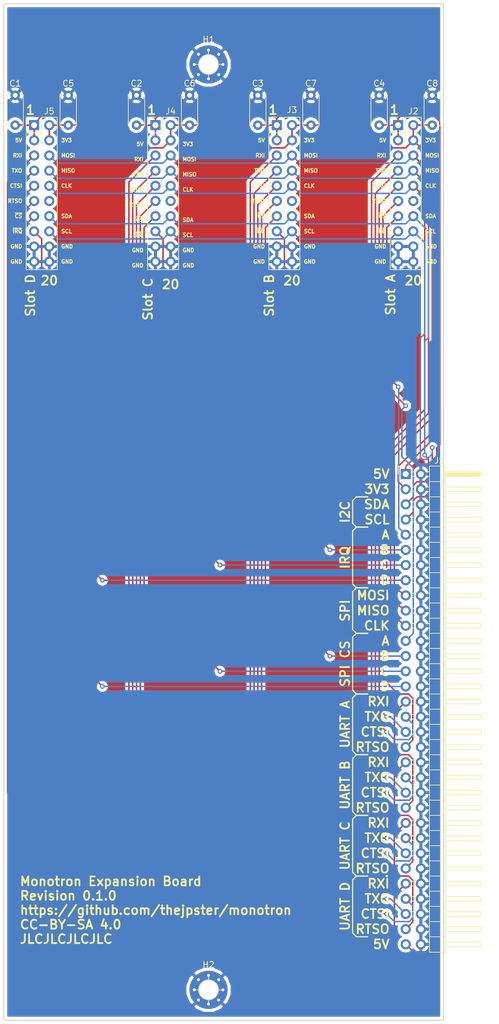
<source format=kicad_pcb>
(kicad_pcb (version 20171130) (host pcbnew 5.0.2+dfsg1-1)
  (title_block (title "Monotron Expansion Board") (date 2019-08-28) (rev 0.1.0) (company https://github.com/thejpster/monotron) (comment 1 "CC-BY-SA 4.0"))
  (layers (0 F.Cu signal) (31 B.Cu signal) (34 B.Paste user) (35 F.Paste user) (36 B.SilkS user) (37 F.SilkS user) (38 B.Mask user) (39 F.Mask user) (44 Edge.Cuts user))
  (net 0 "")
  (net 1 GND)
  (net 2 +5V)
  (net 3 +3V3)
  (net 4 I2C_SDA)
  (net 5 I2C_SCL)
  (net 6 IRQ_A)
  (net 7 IRQ_B)
  (net 8 IRQ_C)
  (net 9 IRQ_D)
  (net 10 SPI_MOSI)
  (net 11 SPI_MISO)
  (net 12 SPI_CLK)
  (net 13 /SPI_CS_A)
  (net 14 /SPI_CS_B)
  (net 15 /SPI_CS_C)
  (net 16 /SPI_CS_D)
  (net 17 /UART_A_RX)
  (net 18 /UART_A_TX)
  (net 19 /UART_A_CTS)
  (net 20 /UART_A_RTS)
  (net 21 /UART_B_RX)
  (net 22 /UART_B_TX)
  (net 23 /UART_B_CTS)
  (net 24 /UART_B_RTS)
  (net 25 /UART_C_RX)
  (net 26 /UART_C_TX)
  (net 27 /UART_C_CTS)
  (net 28 /UART_C_RTS)
  (net 29 /UART_D_RX)
  (net 30 /UART_D_TX)
  (net 31 /UART_D_CTS)
  (net 32 /UART_D_RTS)
  (net 33 "Net-(J4-Pad12)")
  (net 34 "Net-(J3-Pad12)")
  (net 35 "Net-(J2-Pad12)")
  (net 36 "Net-(J5-Pad12)")
  (module Connector_PinHeader_2.54mm:PinHeader_2x10_P2.54mm_Vertical (layer F.Cu) (at 52.429509 39.452781)
    (fp_text reference J5 (at 2.54 -2.33) (layer F.SilkS))
    (fp_text value "2x10 Socket Header")
    (pad 1 thru_hole rect (at 0 0) (size 1.7 1.7) (drill 1) (layers *.Cu *.Mask) (net 2 +5V))
    (pad 2 thru_hole oval (at 2.54 0) (size 1.7 1.7) (drill 1) (layers *.Cu *.Mask) (net 3 +3V3))
    (pad 3 thru_hole oval (at 0 2.54) (size 1.7 1.7) (drill 1) (layers *.Cu *.Mask) (net 2 +5V))
    (pad 4 thru_hole oval (at 2.54 2.54) (size 1.7 1.7) (drill 1) (layers *.Cu *.Mask) (net 3 +3V3))
    (pad 5 thru_hole oval (at 0 5.08) (size 1.7 1.7) (drill 1) (layers *.Cu *.Mask) (net 29 /UART_D_RX))
    (pad 6 thru_hole oval (at 2.54 5.08) (size 1.7 1.7) (drill 1) (layers *.Cu *.Mask) (net 10 SPI_MOSI))
    (pad 7 thru_hole oval (at 0 7.62) (size 1.7 1.7) (drill 1) (layers *.Cu *.Mask) (net 30 /UART_D_TX))
    (pad 8 thru_hole oval (at 2.54 7.62) (size 1.7 1.7) (drill 1) (layers *.Cu *.Mask) (net 11 SPI_MISO))
    (pad 9 thru_hole oval (at 0 10.16) (size 1.7 1.7) (drill 1) (layers *.Cu *.Mask) (net 31 /UART_D_CTS))
    (pad 10 thru_hole oval (at 2.54 10.16) (size 1.7 1.7) (drill 1) (layers *.Cu *.Mask) (net 12 SPI_CLK))
    (pad 11 thru_hole oval (at 0 12.7) (size 1.7 1.7) (drill 1) (layers *.Cu *.Mask) (net 32 /UART_D_RTS))
    (pad 12 thru_hole oval (at 2.54 12.7) (size 1.7 1.7) (drill 1) (layers *.Cu *.Mask) (net 36 "Net-(J5-Pad12)"))
    (pad 13 thru_hole oval (at 0 15.24) (size 1.7 1.7) (drill 1) (layers *.Cu *.Mask) (net 16 /SPI_CS_D))
    (pad 14 thru_hole oval (at 2.54 15.24) (size 1.7 1.7) (drill 1) (layers *.Cu *.Mask) (net 4 I2C_SDA))
    (pad 15 thru_hole oval (at 0 17.78) (size 1.7 1.7) (drill 1) (layers *.Cu *.Mask) (net 9 IRQ_D))
    (pad 16 thru_hole oval (at 2.54 17.78) (size 1.7 1.7) (drill 1) (layers *.Cu *.Mask) (net 5 I2C_SCL))
    (pad 17 thru_hole oval (at 0 20.32) (size 1.7 1.7) (drill 1) (layers *.Cu *.Mask) (net 1 GND))
    (pad 18 thru_hole oval (at 2.54 20.32) (size 1.7 1.7) (drill 1) (layers *.Cu *.Mask) (net 1 GND))
    (pad 19 thru_hole oval (at 0 22.86) (size 1.7 1.7) (drill 1) (layers *.Cu *.Mask) (net 1 GND))
    (pad 20 thru_hole oval (at 2.54 22.86) (size 1.7 1.7) (drill 1) (layers *.Cu *.Mask) (net 1 GND))
  )
  (module Connector_PinHeader_2.54mm:PinHeader_2x32_P2.54mm_Horizontal (layer F.Cu) (at 114.659509 97.872781)
    (fp_text reference J1 (at 5.655 -2.27) (layer F.SilkS))
    (fp_text value Monotron_Bridge_Exp_Side)
    (pad 1 thru_hole rect (at 0 0) (size 1.7 1.7) (drill 1) (layers *.Cu *.Mask) (net 2 +5V))
    (pad 2 thru_hole oval (at 2.54 0) (size 1.7 1.7) (drill 1) (layers *.Cu *.Mask) (net 1 GND))
    (pad 3 thru_hole oval (at 0 2.54) (size 1.7 1.7) (drill 1) (layers *.Cu *.Mask) (net 3 +3V3))
    (pad 4 thru_hole oval (at 2.54 2.54) (size 1.7 1.7) (drill 1) (layers *.Cu *.Mask) (net 1 GND))
    (pad 5 thru_hole oval (at 0 5.08) (size 1.7 1.7) (drill 1) (layers *.Cu *.Mask) (net 4 I2C_SDA))
    (pad 6 thru_hole oval (at 2.54 5.08) (size 1.7 1.7) (drill 1) (layers *.Cu *.Mask) (net 1 GND))
    (pad 7 thru_hole oval (at 0 7.62) (size 1.7 1.7) (drill 1) (layers *.Cu *.Mask) (net 5 I2C_SCL))
    (pad 8 thru_hole oval (at 2.54 7.62) (size 1.7 1.7) (drill 1) (layers *.Cu *.Mask) (net 1 GND))
    (pad 9 thru_hole oval (at 0 10.16) (size 1.7 1.7) (drill 1) (layers *.Cu *.Mask) (net 6 IRQ_A))
    (pad 10 thru_hole oval (at 2.54 10.16) (size 1.7 1.7) (drill 1) (layers *.Cu *.Mask) (net 1 GND))
    (pad 11 thru_hole oval (at 0 12.7) (size 1.7 1.7) (drill 1) (layers *.Cu *.Mask) (net 7 IRQ_B))
    (pad 12 thru_hole oval (at 2.54 12.7) (size 1.7 1.7) (drill 1) (layers *.Cu *.Mask) (net 1 GND))
    (pad 13 thru_hole oval (at 0 15.24) (size 1.7 1.7) (drill 1) (layers *.Cu *.Mask) (net 8 IRQ_C))
    (pad 14 thru_hole oval (at 2.54 15.24) (size 1.7 1.7) (drill 1) (layers *.Cu *.Mask) (net 1 GND))
    (pad 15 thru_hole oval (at 0 17.78) (size 1.7 1.7) (drill 1) (layers *.Cu *.Mask) (net 9 IRQ_D))
    (pad 16 thru_hole oval (at 2.54 17.78) (size 1.7 1.7) (drill 1) (layers *.Cu *.Mask) (net 1 GND))
    (pad 17 thru_hole oval (at 0 20.32) (size 1.7 1.7) (drill 1) (layers *.Cu *.Mask) (net 10 SPI_MOSI))
    (pad 18 thru_hole oval (at 2.54 20.32) (size 1.7 1.7) (drill 1) (layers *.Cu *.Mask) (net 1 GND))
    (pad 19 thru_hole oval (at 0 22.86) (size 1.7 1.7) (drill 1) (layers *.Cu *.Mask) (net 11 SPI_MISO))
    (pad 20 thru_hole oval (at 2.54 22.86) (size 1.7 1.7) (drill 1) (layers *.Cu *.Mask) (net 1 GND))
    (pad 21 thru_hole oval (at 0 25.4) (size 1.7 1.7) (drill 1) (layers *.Cu *.Mask) (net 12 SPI_CLK))
    (pad 22 thru_hole oval (at 2.54 25.4) (size 1.7 1.7) (drill 1) (layers *.Cu *.Mask) (net 1 GND))
    (pad 23 thru_hole oval (at 0 27.94) (size 1.7 1.7) (drill 1) (layers *.Cu *.Mask) (net 13 /SPI_CS_A))
    (pad 24 thru_hole oval (at 2.54 27.94) (size 1.7 1.7) (drill 1) (layers *.Cu *.Mask) (net 1 GND))
    (pad 25 thru_hole oval (at 0 30.48) (size 1.7 1.7) (drill 1) (layers *.Cu *.Mask) (net 14 /SPI_CS_B))
    (pad 26 thru_hole oval (at 2.54 30.48) (size 1.7 1.7) (drill 1) (layers *.Cu *.Mask) (net 1 GND))
    (pad 27 thru_hole oval (at 0 33.02) (size 1.7 1.7) (drill 1) (layers *.Cu *.Mask) (net 15 /SPI_CS_C))
    (pad 28 thru_hole oval (at 2.54 33.02) (size 1.7 1.7) (drill 1) (layers *.Cu *.Mask) (net 1 GND))
    (pad 29 thru_hole oval (at 0 35.56) (size 1.7 1.7) (drill 1) (layers *.Cu *.Mask) (net 16 /SPI_CS_D))
    (pad 30 thru_hole oval (at 2.54 35.56) (size 1.7 1.7) (drill 1) (layers *.Cu *.Mask) (net 1 GND))
    (pad 31 thru_hole oval (at 0 38.1) (size 1.7 1.7) (drill 1) (layers *.Cu *.Mask) (net 17 /UART_A_RX))
    (pad 32 thru_hole oval (at 2.54 38.1) (size 1.7 1.7) (drill 1) (layers *.Cu *.Mask) (net 1 GND))
    (pad 33 thru_hole oval (at 0 40.64) (size 1.7 1.7) (drill 1) (layers *.Cu *.Mask) (net 18 /UART_A_TX))
    (pad 34 thru_hole oval (at 2.54 40.64) (size 1.7 1.7) (drill 1) (layers *.Cu *.Mask) (net 1 GND))
    (pad 35 thru_hole oval (at 0 43.18) (size 1.7 1.7) (drill 1) (layers *.Cu *.Mask) (net 19 /UART_A_CTS))
    (pad 36 thru_hole oval (at 2.54 43.18) (size 1.7 1.7) (drill 1) (layers *.Cu *.Mask) (net 1 GND))
    (pad 37 thru_hole oval (at 0 45.72) (size 1.7 1.7) (drill 1) (layers *.Cu *.Mask) (net 20 /UART_A_RTS))
    (pad 38 thru_hole oval (at 2.54 45.72) (size 1.7 1.7) (drill 1) (layers *.Cu *.Mask) (net 1 GND))
    (pad 39 thru_hole oval (at 0 48.26) (size 1.7 1.7) (drill 1) (layers *.Cu *.Mask) (net 21 /UART_B_RX))
    (pad 40 thru_hole oval (at 2.54 48.26) (size 1.7 1.7) (drill 1) (layers *.Cu *.Mask) (net 1 GND))
    (pad 41 thru_hole oval (at 0 50.8) (size 1.7 1.7) (drill 1) (layers *.Cu *.Mask) (net 22 /UART_B_TX))
    (pad 42 thru_hole oval (at 2.54 50.8) (size 1.7 1.7) (drill 1) (layers *.Cu *.Mask) (net 1 GND))
    (pad 43 thru_hole oval (at 0 53.34) (size 1.7 1.7) (drill 1) (layers *.Cu *.Mask) (net 23 /UART_B_CTS))
    (pad 44 thru_hole oval (at 2.54 53.34) (size 1.7 1.7) (drill 1) (layers *.Cu *.Mask) (net 1 GND))
    (pad 45 thru_hole oval (at 0 55.88) (size 1.7 1.7) (drill 1) (layers *.Cu *.Mask) (net 24 /UART_B_RTS))
    (pad 46 thru_hole oval (at 2.54 55.88) (size 1.7 1.7) (drill 1) (layers *.Cu *.Mask) (net 1 GND))
    (pad 47 thru_hole oval (at 0 58.42) (size 1.7 1.7) (drill 1) (layers *.Cu *.Mask) (net 25 /UART_C_RX))
    (pad 48 thru_hole oval (at 2.54 58.42) (size 1.7 1.7) (drill 1) (layers *.Cu *.Mask) (net 1 GND))
    (pad 49 thru_hole oval (at 0 60.96) (size 1.7 1.7) (drill 1) (layers *.Cu *.Mask) (net 26 /UART_C_TX))
    (pad 50 thru_hole oval (at 2.54 60.96) (size 1.7 1.7) (drill 1) (layers *.Cu *.Mask) (net 1 GND))
    (pad 51 thru_hole oval (at 0 63.5) (size 1.7 1.7) (drill 1) (layers *.Cu *.Mask) (net 27 /UART_C_CTS))
    (pad 52 thru_hole oval (at 2.54 63.5) (size 1.7 1.7) (drill 1) (layers *.Cu *.Mask) (net 1 GND))
    (pad 53 thru_hole oval (at 0 66.04) (size 1.7 1.7) (drill 1) (layers *.Cu *.Mask) (net 28 /UART_C_RTS))
    (pad 54 thru_hole oval (at 2.54 66.04) (size 1.7 1.7) (drill 1) (layers *.Cu *.Mask) (net 1 GND))
    (pad 55 thru_hole oval (at 0 68.58) (size 1.7 1.7) (drill 1) (layers *.Cu *.Mask) (net 29 /UART_D_RX))
    (pad 56 thru_hole oval (at 2.54 68.58) (size 1.7 1.7) (drill 1) (layers *.Cu *.Mask) (net 1 GND))
    (pad 57 thru_hole oval (at 0 71.12) (size 1.7 1.7) (drill 1) (layers *.Cu *.Mask) (net 30 /UART_D_TX))
    (pad 58 thru_hole oval (at 2.54 71.12) (size 1.7 1.7) (drill 1) (layers *.Cu *.Mask) (net 1 GND))
    (pad 59 thru_hole oval (at 0 73.66) (size 1.7 1.7) (drill 1) (layers *.Cu *.Mask) (net 31 /UART_D_CTS))
    (pad 60 thru_hole oval (at 2.54 73.66) (size 1.7 1.7) (drill 1) (layers *.Cu *.Mask) (net 1 GND))
    (pad 61 thru_hole oval (at 0 76.2) (size 1.7 1.7) (drill 1) (layers *.Cu *.Mask) (net 32 /UART_D_RTS))
    (pad 62 thru_hole oval (at 2.54 76.2) (size 1.7 1.7) (drill 1) (layers *.Cu *.Mask) (net 1 GND))
    (pad 63 thru_hole oval (at 0 78.74) (size 1.7 1.7) (drill 1) (layers *.Cu *.Mask) (net 2 +5V))
    (pad 64 thru_hole oval (at 2.54 78.74) (size 1.7 1.7) (drill 1) (layers *.Cu *.Mask) (net 1 GND))
  )
  (module Capacitor_THT:C_Disc_D5.0mm_W2.5mm_P5.00mm (layer F.Cu) (at 49.254509 39.452781 90)
    (fp_text reference C1 (at 6.985 0 180) (layer F.SilkS))
    (fp_text value 100n)
    (pad 1 thru_hole circle (at 0 0 90) (size 1.6 1.6) (drill 0.8) (layers *.Cu *.Mask) (net 2 +5V))
    (pad 2 thru_hole circle (at 5 0 90) (size 1.6 1.6) (drill 0.8) (layers *.Cu *.Mask) (net 1 GND))
  )
  (module Capacitor_THT:C_Disc_D5.0mm_W2.5mm_P5.00mm (layer F.Cu) (at 119.104509 39.452781 90)
    (fp_text reference C8 (at 6.985 0 180) (layer F.SilkS))
    (fp_text value 100n)
    (pad 1 thru_hole circle (at 0 0 90) (size 1.6 1.6) (drill 0.8) (layers *.Cu *.Mask) (net 3 +3V3))
    (pad 2 thru_hole circle (at 5 0 90) (size 1.6 1.6) (drill 0.8) (layers *.Cu *.Mask) (net 1 GND))
  )
  (module Capacitor_THT:C_Disc_D5.0mm_W2.5mm_P5.00mm (layer F.Cu) (at 98.784509 39.452781 90)
    (fp_text reference C7 (at 6.985 0 180) (layer F.SilkS))
    (fp_text value 100n)
    (pad 2 thru_hole circle (at 5 0 90) (size 1.6 1.6) (drill 0.8) (layers *.Cu *.Mask) (net 1 GND))
    (pad 1 thru_hole circle (at 0 0 90) (size 1.6 1.6) (drill 0.8) (layers *.Cu *.Mask) (net 3 +3V3))
  )
  (module Capacitor_THT:C_Disc_D5.0mm_W2.5mm_P5.00mm (layer F.Cu) (at 78.464509 39.452781 90)
    (fp_text reference C6 (at 6.985 0 180) (layer F.SilkS))
    (fp_text value 100n)
    (pad 1 thru_hole circle (at 0 0 90) (size 1.6 1.6) (drill 0.8) (layers *.Cu *.Mask) (net 3 +3V3))
    (pad 2 thru_hole circle (at 5 0 90) (size 1.6 1.6) (drill 0.8) (layers *.Cu *.Mask) (net 1 GND))
  )
  (module Capacitor_THT:C_Disc_D5.0mm_W2.5mm_P5.00mm (layer F.Cu) (at 58.144509 39.452781 90)
    (fp_text reference C5 (at 6.985 0 180) (layer F.SilkS))
    (fp_text value 100n)
    (pad 2 thru_hole circle (at 5 0 90) (size 1.6 1.6) (drill 0.8) (layers *.Cu *.Mask) (net 1 GND))
    (pad 1 thru_hole circle (at 0 0 90) (size 1.6 1.6) (drill 0.8) (layers *.Cu *.Mask) (net 3 +3V3))
  )
  (module Capacitor_THT:C_Disc_D5.0mm_W2.5mm_P5.00mm (layer F.Cu) (at 110.214509 39.452781 90)
    (fp_text reference C4 (at 6.985 0 180) (layer F.SilkS))
    (fp_text value 100n)
    (pad 1 thru_hole circle (at 0 0 90) (size 1.6 1.6) (drill 0.8) (layers *.Cu *.Mask) (net 2 +5V))
    (pad 2 thru_hole circle (at 5 0 90) (size 1.6 1.6) (drill 0.8) (layers *.Cu *.Mask) (net 1 GND))
  )
  (module Capacitor_THT:C_Disc_D5.0mm_W2.5mm_P5.00mm (layer F.Cu) (at 89.894509 39.452781 90)
    (fp_text reference C3 (at 6.985 0 180) (layer F.SilkS))
    (fp_text value 100n)
    (pad 2 thru_hole circle (at 5 0 90) (size 1.6 1.6) (drill 0.8) (layers *.Cu *.Mask) (net 1 GND))
    (pad 1 thru_hole circle (at 0 0 90) (size 1.6 1.6) (drill 0.8) (layers *.Cu *.Mask) (net 2 +5V))
  )
  (module Capacitor_THT:C_Disc_D5.0mm_W2.5mm_P5.00mm (layer F.Cu) (at 69.574509 39.452781 90)
    (fp_text reference C2 (at 6.985 0 180) (layer F.SilkS))
    (fp_text value 100n)
    (pad 1 thru_hole circle (at 0 0 90) (size 1.6 1.6) (drill 0.8) (layers *.Cu *.Mask) (net 2 +5V))
    (pad 2 thru_hole circle (at 5 0 90) (size 1.6 1.6) (drill 0.8) (layers *.Cu *.Mask) (net 1 GND))
  )
  (module Connector_PinHeader_2.54mm:PinHeader_2x10_P2.54mm_Vertical (layer F.Cu) (at 113.389509 39.452781)
    (fp_text reference J2 (at 2.54 -2.33) (layer F.SilkS))
    (fp_text value "2x10 Socket Header")
    (pad 1 thru_hole rect (at 0 0) (size 1.7 1.7) (drill 1) (layers *.Cu *.Mask) (net 2 +5V))
    (pad 2 thru_hole oval (at 2.54 0) (size 1.7 1.7) (drill 1) (layers *.Cu *.Mask) (net 3 +3V3))
    (pad 3 thru_hole oval (at 0 2.54) (size 1.7 1.7) (drill 1) (layers *.Cu *.Mask) (net 2 +5V))
    (pad 4 thru_hole oval (at 2.54 2.54) (size 1.7 1.7) (drill 1) (layers *.Cu *.Mask) (net 3 +3V3))
    (pad 5 thru_hole oval (at 0 5.08) (size 1.7 1.7) (drill 1) (layers *.Cu *.Mask) (net 17 /UART_A_RX))
    (pad 6 thru_hole oval (at 2.54 5.08) (size 1.7 1.7) (drill 1) (layers *.Cu *.Mask) (net 10 SPI_MOSI))
    (pad 7 thru_hole oval (at 0 7.62) (size 1.7 1.7) (drill 1) (layers *.Cu *.Mask) (net 18 /UART_A_TX))
    (pad 8 thru_hole oval (at 2.54 7.62) (size 1.7 1.7) (drill 1) (layers *.Cu *.Mask) (net 11 SPI_MISO))
    (pad 9 thru_hole oval (at 0 10.16) (size 1.7 1.7) (drill 1) (layers *.Cu *.Mask) (net 19 /UART_A_CTS))
    (pad 10 thru_hole oval (at 2.54 10.16) (size 1.7 1.7) (drill 1) (layers *.Cu *.Mask) (net 12 SPI_CLK))
    (pad 11 thru_hole oval (at 0 12.7) (size 1.7 1.7) (drill 1) (layers *.Cu *.Mask) (net 20 /UART_A_RTS))
    (pad 12 thru_hole oval (at 2.54 12.7) (size 1.7 1.7) (drill 1) (layers *.Cu *.Mask) (net 35 "Net-(J2-Pad12)"))
    (pad 13 thru_hole oval (at 0 15.24) (size 1.7 1.7) (drill 1) (layers *.Cu *.Mask) (net 13 /SPI_CS_A))
    (pad 14 thru_hole oval (at 2.54 15.24) (size 1.7 1.7) (drill 1) (layers *.Cu *.Mask) (net 4 I2C_SDA))
    (pad 15 thru_hole oval (at 0 17.78) (size 1.7 1.7) (drill 1) (layers *.Cu *.Mask) (net 6 IRQ_A))
    (pad 16 thru_hole oval (at 2.54 17.78) (size 1.7 1.7) (drill 1) (layers *.Cu *.Mask) (net 5 I2C_SCL))
    (pad 17 thru_hole oval (at 0 20.32) (size 1.7 1.7) (drill 1) (layers *.Cu *.Mask) (net 1 GND))
    (pad 18 thru_hole oval (at 2.54 20.32) (size 1.7 1.7) (drill 1) (layers *.Cu *.Mask) (net 1 GND))
    (pad 19 thru_hole oval (at 0 22.86) (size 1.7 1.7) (drill 1) (layers *.Cu *.Mask) (net 1 GND))
    (pad 20 thru_hole oval (at 2.54 22.86) (size 1.7 1.7) (drill 1) (layers *.Cu *.Mask) (net 1 GND))
  )
  (module Connector_PinHeader_2.54mm:PinHeader_2x10_P2.54mm_Vertical (layer F.Cu) (at 93.069509 39.452781)
    (fp_text reference J3 (at 2.54 -2.54) (layer F.SilkS))
    (fp_text value "2x10 Socket Header")
    (pad 20 thru_hole oval (at 2.54 22.86) (size 1.7 1.7) (drill 1) (layers *.Cu *.Mask) (net 1 GND))
    (pad 19 thru_hole oval (at 0 22.86) (size 1.7 1.7) (drill 1) (layers *.Cu *.Mask) (net 1 GND))
    (pad 18 thru_hole oval (at 2.54 20.32) (size 1.7 1.7) (drill 1) (layers *.Cu *.Mask) (net 1 GND))
    (pad 17 thru_hole oval (at 0 20.32) (size 1.7 1.7) (drill 1) (layers *.Cu *.Mask) (net 1 GND))
    (pad 16 thru_hole oval (at 2.54 17.78) (size 1.7 1.7) (drill 1) (layers *.Cu *.Mask) (net 5 I2C_SCL))
    (pad 15 thru_hole oval (at 0 17.78) (size 1.7 1.7) (drill 1) (layers *.Cu *.Mask) (net 7 IRQ_B))
    (pad 14 thru_hole oval (at 2.54 15.24) (size 1.7 1.7) (drill 1) (layers *.Cu *.Mask) (net 4 I2C_SDA))
    (pad 13 thru_hole oval (at 0 15.24) (size 1.7 1.7) (drill 1) (layers *.Cu *.Mask) (net 14 /SPI_CS_B))
    (pad 12 thru_hole oval (at 2.54 12.7) (size 1.7 1.7) (drill 1) (layers *.Cu *.Mask) (net 34 "Net-(J3-Pad12)"))
    (pad 11 thru_hole oval (at 0 12.7) (size 1.7 1.7) (drill 1) (layers *.Cu *.Mask) (net 24 /UART_B_RTS))
    (pad 10 thru_hole oval (at 2.54 10.16) (size 1.7 1.7) (drill 1) (layers *.Cu *.Mask) (net 12 SPI_CLK))
    (pad 9 thru_hole oval (at 0 10.16) (size 1.7 1.7) (drill 1) (layers *.Cu *.Mask) (net 23 /UART_B_CTS))
    (pad 8 thru_hole oval (at 2.54 7.62) (size 1.7 1.7) (drill 1) (layers *.Cu *.Mask) (net 11 SPI_MISO))
    (pad 7 thru_hole oval (at 0 7.62) (size 1.7 1.7) (drill 1) (layers *.Cu *.Mask) (net 22 /UART_B_TX))
    (pad 6 thru_hole oval (at 2.54 5.08) (size 1.7 1.7) (drill 1) (layers *.Cu *.Mask) (net 10 SPI_MOSI))
    (pad 5 thru_hole oval (at 0 5.08) (size 1.7 1.7) (drill 1) (layers *.Cu *.Mask) (net 21 /UART_B_RX))
    (pad 4 thru_hole oval (at 2.54 2.54) (size 1.7 1.7) (drill 1) (layers *.Cu *.Mask) (net 3 +3V3))
    (pad 3 thru_hole oval (at 0 2.54) (size 1.7 1.7) (drill 1) (layers *.Cu *.Mask) (net 2 +5V))
    (pad 2 thru_hole oval (at 2.54 0) (size 1.7 1.7) (drill 1) (layers *.Cu *.Mask) (net 3 +3V3))
    (pad 1 thru_hole rect (at 0 0) (size 1.7 1.7) (drill 1) (layers *.Cu *.Mask) (net 2 +5V))
  )
  (module Connector_PinHeader_2.54mm:PinHeader_2x10_P2.54mm_Vertical (layer F.Cu) (at 72.749509 39.452781)
    (fp_text reference J4 (at 2.54 -2.33) (layer F.SilkS))
    (fp_text value "2x10 Socket Header")
    (pad 1 thru_hole rect (at 0 0) (size 1.7 1.7) (drill 1) (layers *.Cu *.Mask) (net 2 +5V))
    (pad 2 thru_hole oval (at 2.54 0) (size 1.7 1.7) (drill 1) (layers *.Cu *.Mask) (net 3 +3V3))
    (pad 3 thru_hole oval (at 0 2.54) (size 1.7 1.7) (drill 1) (layers *.Cu *.Mask) (net 2 +5V))
    (pad 4 thru_hole oval (at 2.54 2.54) (size 1.7 1.7) (drill 1) (layers *.Cu *.Mask) (net 3 +3V3))
    (pad 5 thru_hole oval (at 0 5.08) (size 1.7 1.7) (drill 1) (layers *.Cu *.Mask) (net 25 /UART_C_RX))
    (pad 6 thru_hole oval (at 2.54 5.08) (size 1.7 1.7) (drill 1) (layers *.Cu *.Mask) (net 10 SPI_MOSI))
    (pad 7 thru_hole oval (at 0 7.62) (size 1.7 1.7) (drill 1) (layers *.Cu *.Mask) (net 26 /UART_C_TX))
    (pad 8 thru_hole oval (at 2.54 7.62) (size 1.7 1.7) (drill 1) (layers *.Cu *.Mask) (net 11 SPI_MISO))
    (pad 9 thru_hole oval (at 0 10.16) (size 1.7 1.7) (drill 1) (layers *.Cu *.Mask) (net 27 /UART_C_CTS))
    (pad 10 thru_hole oval (at 2.54 10.16) (size 1.7 1.7) (drill 1) (layers *.Cu *.Mask) (net 12 SPI_CLK))
    (pad 11 thru_hole oval (at 0 12.7) (size 1.7 1.7) (drill 1) (layers *.Cu *.Mask) (net 28 /UART_C_RTS))
    (pad 12 thru_hole oval (at 2.54 12.7) (size 1.7 1.7) (drill 1) (layers *.Cu *.Mask) (net 33 "Net-(J4-Pad12)"))
    (pad 13 thru_hole oval (at 0 15.24) (size 1.7 1.7) (drill 1) (layers *.Cu *.Mask) (net 15 /SPI_CS_C))
    (pad 14 thru_hole oval (at 2.54 15.24) (size 1.7 1.7) (drill 1) (layers *.Cu *.Mask) (net 4 I2C_SDA))
    (pad 15 thru_hole oval (at 0 17.78) (size 1.7 1.7) (drill 1) (layers *.Cu *.Mask) (net 8 IRQ_C))
    (pad 16 thru_hole oval (at 2.54 17.78) (size 1.7 1.7) (drill 1) (layers *.Cu *.Mask) (net 5 I2C_SCL))
    (pad 17 thru_hole oval (at 0 20.32) (size 1.7 1.7) (drill 1) (layers *.Cu *.Mask) (net 1 GND))
    (pad 18 thru_hole oval (at 2.54 20.32) (size 1.7 1.7) (drill 1) (layers *.Cu *.Mask) (net 1 GND))
    (pad 19 thru_hole oval (at 0 22.86) (size 1.7 1.7) (drill 1) (layers *.Cu *.Mask) (net 1 GND))
    (pad 20 thru_hole oval (at 2.54 22.86) (size 1.7 1.7) (drill 1) (layers *.Cu *.Mask) (net 1 GND))
  )
  (module MountingHole:MountingHole_3.2mm_M3_Pad_Via (layer F.Cu) (at 81.639509 184.232781)
    (fp_text reference H2 (at 0 -4.2) (layer F.SilkS))
    (fp_text value MountingHole_Pad)
    (pad 1 thru_hole circle (at 1.697056 -1.697056) (size 0.8 0.8) (drill 0.5) (layers *.Cu *.Mask) (net 1 GND))
    (pad 1 thru_hole circle (at 0 -2.4) (size 0.8 0.8) (drill 0.5) (layers *.Cu *.Mask) (net 1 GND))
    (pad 1 thru_hole circle (at -1.697056 -1.697056) (size 0.8 0.8) (drill 0.5) (layers *.Cu *.Mask) (net 1 GND))
    (pad 1 thru_hole circle (at -2.4 0) (size 0.8 0.8) (drill 0.5) (layers *.Cu *.Mask) (net 1 GND))
    (pad 1 thru_hole circle (at -1.697056 1.697056) (size 0.8 0.8) (drill 0.5) (layers *.Cu *.Mask) (net 1 GND))
    (pad 1 thru_hole circle (at 0 2.4) (size 0.8 0.8) (drill 0.5) (layers *.Cu *.Mask) (net 1 GND))
    (pad 1 thru_hole circle (at 1.697056 1.697056) (size 0.8 0.8) (drill 0.5) (layers *.Cu *.Mask) (net 1 GND))
    (pad 1 thru_hole circle (at 2.4 0) (size 0.8 0.8) (drill 0.5) (layers *.Cu *.Mask) (net 1 GND))
    (pad 1 thru_hole circle (at 0 0) (size 6.4 6.4) (drill 3.2) (layers *.Cu *.Mask) (net 1 GND))
  )
  (module MountingHole:MountingHole_3.2mm_M3_Pad_Via (layer F.Cu) (at 81.639509 29.292781)
    (fp_text reference H1 (at 0 -4.2) (layer F.SilkS))
    (fp_text value MountingHole_Pad)
    (pad 1 thru_hole circle (at 0 0) (size 6.4 6.4) (drill 3.2) (layers *.Cu *.Mask) (net 1 GND))
    (pad 1 thru_hole circle (at 2.4 0) (size 0.8 0.8) (drill 0.5) (layers *.Cu *.Mask) (net 1 GND))
    (pad 1 thru_hole circle (at 1.697056 1.697056) (size 0.8 0.8) (drill 0.5) (layers *.Cu *.Mask) (net 1 GND))
    (pad 1 thru_hole circle (at 0 2.4) (size 0.8 0.8) (drill 0.5) (layers *.Cu *.Mask) (net 1 GND))
    (pad 1 thru_hole circle (at -1.697056 1.697056) (size 0.8 0.8) (drill 0.5) (layers *.Cu *.Mask) (net 1 GND))
    (pad 1 thru_hole circle (at -2.4 0) (size 0.8 0.8) (drill 0.5) (layers *.Cu *.Mask) (net 1 GND))
    (pad 1 thru_hole circle (at -1.697056 -1.697056) (size 0.8 0.8) (drill 0.5) (layers *.Cu *.Mask) (net 1 GND))
    (pad 1 thru_hole circle (at 0 -2.4) (size 0.8 0.8) (drill 0.5) (layers *.Cu *.Mask) (net 1 GND))
    (pad 1 thru_hole circle (at 1.697056 -1.697056) (size 0.8 0.8) (drill 0.5) (layers *.Cu *.Mask) (net 1 GND))
  )
  (gr_text CLK (at 56.874509 49.612781) (layer F.SilkS) (effects (font (size 0.635 0.635) (thickness 0.15875)) (justify left)))
  (gr_text CTSI (at 50.524509 49.612781) (layer F.SilkS) (effects (font (size 0.635 0.635) (thickness 0.15875)) (justify right)))
  (gr_text SDA (at 56.874509 54.692781) (layer F.SilkS) (effects (font (size 0.635 0.635) (thickness 0.15875)) (justify left)))
  (gr_text TXO (at 50.524509 47.072781) (layer F.SilkS) (effects (font (size 0.635 0.635) (thickness 0.15875)) (justify right)))
  (gr_text SCL (at 56.874509 57.232781) (layer F.SilkS) (effects (font (size 0.635 0.635) (thickness 0.15875)) (justify left)))
  (gr_text 20 (at 54.969509 65.487781) (layer F.SilkS) (effects (font (size 1.5 1.5) (thickness 0.3))))
  (gr_text GND (at 56.874509 62.312781) (layer F.SilkS) (effects (font (size 0.635 0.635) (thickness 0.15875)) (justify left)))
  (gr_text RTSO (at 50.524509 52.152781) (layer F.SilkS) (effects (font (size 0.635 0.635) (thickness 0.15875)) (justify right)))
  (gr_text ~CS (at 50.524509 54.692781) (layer F.SilkS) (effects (font (size 0.635 0.635) (thickness 0.15875)) (justify right)))
  (gr_text MOSI (at 56.874509 44.532781) (layer F.SilkS) (effects (font (size 0.635 0.635) (thickness 0.15875)) (justify left)))
  (gr_text GND (at 50.524509 62.312781) (layer F.SilkS) (effects (font (size 0.635 0.635) (thickness 0.15875)) (justify right)))
  (gr_text "Slot D" (at 51.794509 64.217781 90) (layer F.SilkS) (effects (font (size 1.5 1.5) (thickness 0.3)) (justify right)))
  (gr_text GND (at 50.524509 59.772781) (layer F.SilkS) (effects (font (size 0.635 0.635) (thickness 0.15875)) (justify right)))
  (gr_text 5V (at 50.524509 41.992781) (layer F.SilkS) (effects (font (size 0.635 0.635) (thickness 0.15875)) (justify right)))
  (gr_text RXI (at 50.524509 44.532781) (layer F.SilkS) (effects (font (size 0.635 0.635) (thickness 0.15875)) (justify right)))
  (gr_text GND (at 56.874509 59.772781) (layer F.SilkS) (effects (font (size 0.635 0.635) (thickness 0.15875)) (justify left)))
  (gr_text 3V3 (at 56.874509 41.992781) (layer F.SilkS) (effects (font (size 0.635 0.635) (thickness 0.15875)) (justify left)))
  (gr_text ~IRQ (at 50.524509 57.232781) (layer F.SilkS) (effects (font (size 0.635 0.635) (thickness 0.15875)) (justify right)))
  (gr_text MISO (at 56.874509 47.072781) (layer F.SilkS) (effects (font (size 0.635 0.635) (thickness 0.15875)) (justify left)))
  (gr_text ~IRQ (at 70.844509 57.867781) (layer F.SilkS) (effects (font (size 0.635 0.635) (thickness 0.15875)) (justify right)))
  (gr_text SDA (at 77.194509 55.327781) (layer F.SilkS) (effects (font (size 0.635 0.635) (thickness 0.15875)) (justify left)))
  (gr_text 20 (at 75.289509 66.122781) (layer F.SilkS) (effects (font (size 1.5 1.5) (thickness 0.3))))
  (gr_text ~CS (at 70.844509 55.327781) (layer F.SilkS) (effects (font (size 0.635 0.635) (thickness 0.15875)) (justify right)))
  (gr_text GND (at 77.194509 62.947781) (layer F.SilkS) (effects (font (size 0.635 0.635) (thickness 0.15875)) (justify left)))
  (gr_text MISO (at 77.194509 47.707781) (layer F.SilkS) (effects (font (size 0.635 0.635) (thickness 0.15875)) (justify left)))
  (gr_text RTSO (at 70.844509 52.787781) (layer F.SilkS) (effects (font (size 0.635 0.635) (thickness 0.15875)) (justify right)))
  (gr_text 5V (at 70.844509 42.627781) (layer F.SilkS) (effects (font (size 0.635 0.635) (thickness 0.15875)) (justify right)))
  (gr_text 3V3 (at 77.194509 42.627781) (layer F.SilkS) (effects (font (size 0.635 0.635) (thickness 0.15875)) (justify left)))
  (gr_text RXI (at 70.844509 45.167781) (layer F.SilkS) (effects (font (size 0.635 0.635) (thickness 0.15875)) (justify right)))
  (gr_text "Slot C" (at 71.479509 64.852781 90) (layer F.SilkS) (effects (font (size 1.5 1.5) (thickness 0.3)) (justify right)))
  (gr_text GND (at 77.194509 60.407781) (layer F.SilkS) (effects (font (size 0.635 0.635) (thickness 0.15875)) (justify left)))
  (gr_text GND (at 70.844509 62.947781) (layer F.SilkS) (effects (font (size 0.635 0.635) (thickness 0.15875)) (justify right)))
  (gr_text CLK (at 77.194509 50.247781) (layer F.SilkS) (effects (font (size 0.635 0.635) (thickness 0.15875)) (justify left)))
  (gr_text TXO (at 70.844509 47.707781) (layer F.SilkS) (effects (font (size 0.635 0.635) (thickness 0.15875)) (justify right)))
  (gr_text CTSI (at 70.844509 50.247781) (layer F.SilkS) (effects (font (size 0.635 0.635) (thickness 0.15875)) (justify right)))
  (gr_text MOSI (at 77.194509 45.167781) (layer F.SilkS) (effects (font (size 0.635 0.635) (thickness 0.15875)) (justify left)))
  (gr_text GND (at 70.844509 60.407781) (layer F.SilkS) (effects (font (size 0.635 0.635) (thickness 0.15875)) (justify right)))
  (gr_text SCL (at 77.194509 57.867781) (layer F.SilkS) (effects (font (size 0.635 0.635) (thickness 0.15875)) (justify left)))
  (gr_text RXI (at 91.164509 44.532781) (layer F.SilkS) (effects (font (size 0.635 0.635) (thickness 0.15875)) (justify right)))
  (gr_text TXO (at 91.164509 47.072781) (layer F.SilkS) (effects (font (size 0.635 0.635) (thickness 0.15875)) (justify right)))
  (gr_text SDA (at 97.514509 54.692781) (layer F.SilkS) (effects (font (size 0.635 0.635) (thickness 0.15875)) (justify left)))
  (gr_text MOSI (at 97.514509 44.532781) (layer F.SilkS) (effects (font (size 0.635 0.635) (thickness 0.15875)) (justify left)))
  (gr_text ~CS (at 91.164509 54.692781) (layer F.SilkS) (effects (font (size 0.635 0.635) (thickness 0.15875)) (justify right)))
  (gr_text 20 (at 95.609509 65.487781) (layer F.SilkS) (effects (font (size 1.5 1.5) (thickness 0.3))))
  (gr_text 5V (at 91.164509 41.992781) (layer F.SilkS) (effects (font (size 0.635 0.635) (thickness 0.15875)) (justify right)))
  (gr_text GND (at 91.164509 62.312781) (layer F.SilkS) (effects (font (size 0.635 0.635) (thickness 0.15875)) (justify right)))
  (gr_text "Slot B" (at 91.799509 64.217781 90) (layer F.SilkS) (effects (font (size 1.5 1.5) (thickness 0.3)) (justify right)))
  (gr_text GND (at 91.164509 59.772781) (layer F.SilkS) (effects (font (size 0.635 0.635) (thickness 0.15875)) (justify right)))
  (gr_text 3V3 (at 97.514509 41.992781) (layer F.SilkS) (effects (font (size 0.635 0.635) (thickness 0.15875)) (justify left)))
  (gr_text RTSO (at 91.164509 52.152781) (layer F.SilkS) (effects (font (size 0.635 0.635) (thickness 0.15875)) (justify right)))
  (gr_text MISO (at 97.514509 47.072781) (layer F.SilkS) (effects (font (size 0.635 0.635) (thickness 0.15875)) (justify left)))
  (gr_text CLK (at 97.514509 49.612781) (layer F.SilkS) (effects (font (size 0.635 0.635) (thickness 0.15875)) (justify left)))
  (gr_text SCL (at 97.514509 57.232781) (layer F.SilkS) (effects (font (size 0.635 0.635) (thickness 0.15875)) (justify left)))
  (gr_text ~IRQ (at 91.164509 57.232781) (layer F.SilkS) (effects (font (size 0.635 0.635) (thickness 0.15875)) (justify right)))
  (gr_text CTSI (at 91.164509 49.612781) (layer F.SilkS) (effects (font (size 0.635 0.635) (thickness 0.15875)) (justify right)))
  (gr_text GND (at 97.514509 59.772781) (layer F.SilkS) (effects (font (size 0.635 0.635) (thickness 0.15875)) (justify left)))
  (gr_text GND (at 97.514509 62.312781) (layer F.SilkS) (effects (font (size 0.635 0.635) (thickness 0.15875)) (justify left)))
  (gr_text "Slot A" (at 112.119509 64.217781 90) (layer F.SilkS) (effects (font (size 1.5 1.5) (thickness 0.3)) (justify right)))
  (gr_text GND (at 111.484509 62.312781) (layer F.SilkS) (effects (font (size 0.635 0.635) (thickness 0.15875)) (justify right)))
  (gr_text 3V3 (at 117.834509 41.992781) (layer F.SilkS) (effects (font (size 0.635 0.635) (thickness 0.15875)) (justify left)))
  (gr_text ~CS (at 111.484509 54.692781) (layer F.SilkS) (effects (font (size 0.635 0.635) (thickness 0.15875)) (justify right)))
  (gr_text CTSI (at 111.484509 49.612781) (layer F.SilkS) (effects (font (size 0.635 0.635) (thickness 0.15875)) (justify right)))
  (gr_text TXO (at 111.484509 47.072781) (layer F.SilkS) (effects (font (size 0.635 0.635) (thickness 0.15875)) (justify right)))
  (gr_text SDA (at 117.834509 54.692781) (layer F.SilkS) (effects (font (size 0.635 0.635) (thickness 0.15875)) (justify left)))
  (gr_text SCL (at 117.834509 57.232781) (layer F.SilkS) (effects (font (size 0.635 0.635) (thickness 0.15875)) (justify left)))
  (gr_text CLK (at 117.834509 49.612781) (layer F.SilkS) (effects (font (size 0.635 0.635) (thickness 0.15875)) (justify left)))
  (gr_text GND (at 111.484509 59.772781) (layer F.SilkS) (effects (font (size 0.635 0.635) (thickness 0.15875)) (justify right)))
  (gr_text RXI (at 111.484509 44.532781) (layer F.SilkS) (effects (font (size 0.635 0.635) (thickness 0.15875)) (justify right)))
  (gr_text MISO (at 117.834509 47.072781) (layer F.SilkS) (effects (font (size 0.635 0.635) (thickness 0.15875)) (justify left)))
  (gr_text ~IRQ (at 111.484509 57.232781) (layer F.SilkS) (effects (font (size 0.635 0.635) (thickness 0.15875)) (justify right)))
  (gr_text RTSO (at 111.484509 52.152781) (layer F.SilkS) (effects (font (size 0.635 0.635) (thickness 0.15875)) (justify right)))
  (gr_text 20 (at 115.929509 65.487781) (layer F.SilkS) (effects (font (size 1.5 1.5) (thickness 0.3))))
  (gr_text 5V (at 111.484509 41.992781) (layer F.SilkS) (effects (font (size 0.635 0.635) (thickness 0.15875)) (justify right)))
  (gr_text MOSI (at 117.834509 44.532781) (layer F.SilkS) (effects (font (size 0.635 0.635) (thickness 0.15875)) (justify left)))
  (gr_text GND (at 117.834509 59.772781) (layer F.SilkS) (effects (font (size 0.635 0.635) (thickness 0.15875)) (justify left)))
  (gr_text GND (at 117.834509 62.312781) (layer F.SilkS) (effects (font (size 0.635 0.635) (thickness 0.15875)) (justify left)))
  (gr_line (start 105.769509 102.952781) (end 105.769509 106.127781) (layer F.SilkS) (width 0.2))
  (gr_line (start 107.674509 101.682781) (end 106.404509 101.682781) (layer F.SilkS) (width 0.2))
  (gr_line (start 108.309509 101.682781) (end 107.674509 101.682781) (layer F.SilkS) (width 0.2))
  (gr_line (start 107.674509 101.682781) (end 106.404509 101.682781) (layer F.SilkS) (width 0.2))
  (gr_line (start 107.674509 101.682781) (end 107.039509 101.682781) (layer F.SilkS) (width 0.2))
  (gr_line (start 107.674509 101.682781) (end 107.039509 101.682781) (layer F.SilkS) (width 0.2))
  (gr_line (start 105.769509 102.317781) (end 106.404509 101.682781) (layer F.SilkS) (width 0.2))
  (gr_line (start 107.674509 101.682781) (end 106.404509 101.682781) (layer F.SilkS) (width 0.2))
  (gr_line (start 107.039509 101.682781) (end 106.404509 101.682781) (layer F.SilkS) (width 0.2))
  (gr_line (start 107.039509 101.682781) (end 106.404509 101.682781) (layer F.SilkS) (width 0.2))
  (gr_line (start 107.674509 101.682781) (end 106.404509 101.682781) (layer F.SilkS) (width 0.2))
  (gr_line (start 107.674509 101.682781) (end 106.404509 101.682781) (layer F.SilkS) (width 0.2))
  (gr_line (start 107.674509 101.682781) (end 108.309509 101.682781) (layer F.SilkS) (width 0.2))
  (gr_line (start 107.674509 101.682781) (end 108.309509 101.682781) (layer F.SilkS) (width 0.2))
  (gr_line (start 108.309509 101.682781) (end 107.674509 101.682781) (layer F.SilkS) (width 0.2))
  (gr_line (start 105.769509 102.952781) (end 105.769509 102.317781) (layer F.SilkS) (width 0.2))
  (gr_line (start 107.674509 101.682781) (end 108.309509 101.682781) (layer F.SilkS) (width 0.2))
  (gr_line (start 106.404509 106.762781) (end 105.769509 106.127781) (layer F.SilkS) (width 0.2))
  (gr_line (start 107.674509 106.762781) (end 107.039509 106.762781) (layer F.SilkS) (width 0.2))
  (gr_line (start 105.769509 107.397781) (end 106.404509 106.762781) (layer F.SilkS) (width 0.2))
  (gr_line (start 107.674509 106.762781) (end 106.404509 106.762781) (layer F.SilkS) (width 0.2))
  (gr_line (start 107.674509 106.762781) (end 106.404509 106.762781) (layer F.SilkS) (width 0.2))
  (gr_line (start 107.674509 106.762781) (end 106.404509 106.762781) (layer F.SilkS) (width 0.2))
  (gr_line (start 106.404509 106.762781) (end 105.769509 106.127781) (layer F.SilkS) (width 0.2))
  (gr_line (start 107.674509 106.762781) (end 108.309509 106.762781) (layer F.SilkS) (width 0.2))
  (gr_line (start 107.674509 106.762781) (end 108.309509 106.762781) (layer F.SilkS) (width 0.2))
  (gr_line (start 107.674509 106.762781) (end 107.039509 106.762781) (layer F.SilkS) (width 0.2))
  (gr_line (start 107.674509 106.762781) (end 108.309509 106.762781) (layer F.SilkS) (width 0.2))
  (gr_line (start 105.769509 108.032781) (end 105.769509 107.397781) (layer F.SilkS) (width 0.2))
  (gr_line (start 108.309509 106.762781) (end 107.674509 106.762781) (layer F.SilkS) (width 0.2))
  (gr_line (start 108.309509 106.762781) (end 107.674509 106.762781) (layer F.SilkS) (width 0.2))
  (gr_line (start 107.039509 106.762781) (end 106.404509 106.762781) (layer F.SilkS) (width 0.2))
  (gr_line (start 107.674509 106.762781) (end 106.404509 106.762781) (layer F.SilkS) (width 0.2))
  (gr_line (start 107.039509 106.762781) (end 106.404509 106.762781) (layer F.SilkS) (width 0.2))
  (gr_line (start 107.674509 106.762781) (end 106.404509 106.762781) (layer F.SilkS) (width 0.2))
  (gr_text I2C (at 104.499509 104.222781 90) (layer F.SilkS) (effects (font (size 1.5 1.5) (thickness 0.3))))
  (gr_text A (at 112.119509 125.812781) (layer F.SilkS) (effects (font (size 1.5 1.5) (thickness 0.3)) (justify right)))
  (gr_text C (at 112.119509 130.892781) (layer F.SilkS) (effects (font (size 1.5 1.5) (thickness 0.3)) (justify right)))
  (gr_text D (at 112.119509 133.432781) (layer F.SilkS) (effects (font (size 1.5 1.5) (thickness 0.3)) (justify right)))
  (gr_text B (at 112.119509 128.352781) (layer F.SilkS) (effects (font (size 1.5 1.5) (thickness 0.3)) (justify right)))
  (gr_text SPI (at 104.499509 120.732781 90) (layer F.SilkS) (effects (font (size 1.5 1.5) (thickness 0.3))))
  (gr_line (start 105.769509 118.192781) (end 105.769509 123.907781) (layer F.SilkS) (width 0.2))
  (gr_line (start 106.404509 116.922781) (end 105.769509 116.287781) (layer F.SilkS) (width 0.2))
  (gr_line (start 105.769509 118.192781) (end 105.769509 117.557781) (layer F.SilkS) (width 0.2))
  (gr_line (start 107.039509 116.922781) (end 106.404509 116.922781) (layer F.SilkS) (width 0.2))
  (gr_line (start 107.674509 116.922781) (end 108.309509 116.922781) (layer F.SilkS) (width 0.2))
  (gr_line (start 108.309509 116.922781) (end 107.674509 116.922781) (layer F.SilkS) (width 0.2))
  (gr_line (start 105.769509 117.557781) (end 106.404509 116.922781) (layer F.SilkS) (width 0.2))
  (gr_line (start 107.674509 116.922781) (end 107.039509 116.922781) (layer F.SilkS) (width 0.2))
  (gr_line (start 107.674509 116.922781) (end 106.404509 116.922781) (layer F.SilkS) (width 0.2))
  (gr_line (start 107.674509 116.922781) (end 108.309509 116.922781) (layer F.SilkS) (width 0.2))
  (gr_line (start 107.674509 116.922781) (end 106.404509 116.922781) (layer F.SilkS) (width 0.2))
  (gr_line (start 107.674509 116.922781) (end 106.404509 116.922781) (layer F.SilkS) (width 0.2))
  (gr_line (start 106.404509 124.542781) (end 105.769509 123.907781) (layer F.SilkS) (width 0.2))
  (gr_line (start 107.674509 124.542781) (end 106.404509 124.542781) (layer F.SilkS) (width 0.2))
  (gr_line (start 107.674509 124.542781) (end 108.309509 124.542781) (layer F.SilkS) (width 0.2))
  (gr_line (start 107.674509 124.542781) (end 107.039509 124.542781) (layer F.SilkS) (width 0.2))
  (gr_line (start 108.309509 124.542781) (end 107.674509 124.542781) (layer F.SilkS) (width 0.2))
  (gr_line (start 107.039509 124.542781) (end 106.404509 124.542781) (layer F.SilkS) (width 0.2))
  (gr_line (start 107.674509 124.542781) (end 106.404509 124.542781) (layer F.SilkS) (width 0.2))
  (gr_line (start 106.404509 134.702781) (end 105.769509 134.067781) (layer F.SilkS) (width 0.2))
  (gr_line (start 105.769509 125.812781) (end 105.769509 125.177781) (layer F.SilkS) (width 0.2))
  (gr_line (start 107.674509 124.542781) (end 108.309509 124.542781) (layer F.SilkS) (width 0.2))
  (gr_line (start 107.674509 134.702781) (end 106.404509 134.702781) (layer F.SilkS) (width 0.2))
  (gr_line (start 107.674509 134.702781) (end 108.309509 134.702781) (layer F.SilkS) (width 0.2))
  (gr_line (start 105.769509 125.177781) (end 106.404509 124.542781) (layer F.SilkS) (width 0.2))
  (gr_line (start 107.674509 134.702781) (end 107.039509 134.702781) (layer F.SilkS) (width 0.2))
  (gr_text "SPI CS" (at 104.499509 129.622781 90) (layer F.SilkS) (effects (font (size 1.5 1.5) (thickness 0.3))))
  (gr_line (start 108.309509 134.702781) (end 107.674509 134.702781) (layer F.SilkS) (width 0.2))
  (gr_line (start 105.769509 125.812781) (end 105.769509 134.067781) (layer F.SilkS) (width 0.2))
  (gr_line (start 107.039509 134.702781) (end 106.404509 134.702781) (layer F.SilkS) (width 0.2))
  (gr_line (start 107.674509 124.542781) (end 106.404509 124.542781) (layer F.SilkS) (width 0.2))
  (gr_line (start 107.674509 134.702781) (end 106.404509 134.702781) (layer F.SilkS) (width 0.2))
  (gr_line (start 107.039509 116.922781) (end 106.404509 116.922781) (layer F.SilkS) (width 0.2))
  (gr_line (start 105.769509 107.397781) (end 106.404509 106.762781) (layer F.SilkS) (width 0.2))
  (gr_line (start 107.674509 116.922781) (end 106.404509 116.922781) (layer F.SilkS) (width 0.2))
  (gr_line (start 107.674509 106.762781) (end 108.309509 106.762781) (layer F.SilkS) (width 0.2))
  (gr_line (start 105.769509 108.032781) (end 105.769509 116.287781) (layer F.SilkS) (width 0.2))
  (gr_line (start 108.309509 116.922781) (end 107.674509 116.922781) (layer F.SilkS) (width 0.2))
  (gr_text IRQ (at 104.499509 111.842781 90) (layer F.SilkS) (effects (font (size 1.5 1.5) (thickness 0.3))))
  (gr_line (start 107.674509 116.922781) (end 106.404509 116.922781) (layer F.SilkS) (width 0.2))
  (gr_line (start 107.674509 116.922781) (end 107.039509 116.922781) (layer F.SilkS) (width 0.2))
  (gr_line (start 105.769509 108.032781) (end 105.769509 107.397781) (layer F.SilkS) (width 0.2))
  (gr_line (start 107.674509 106.762781) (end 106.404509 106.762781) (layer F.SilkS) (width 0.2))
  (gr_line (start 107.674509 116.922781) (end 108.309509 116.922781) (layer F.SilkS) (width 0.2))
  (gr_line (start 106.404509 116.922781) (end 105.769509 116.287781) (layer F.SilkS) (width 0.2))
  (gr_line (start 107.674509 134.702781) (end 108.309509 134.702781) (layer F.SilkS) (width 0.2))
  (gr_line (start 105.769509 135.337781) (end 106.404509 134.702781) (layer F.SilkS) (width 0.2))
  (gr_line (start 107.674509 134.702781) (end 106.404509 134.702781) (layer F.SilkS) (width 0.2))
  (gr_line (start 105.769509 145.497781) (end 106.404509 144.862781) (layer F.SilkS) (width 0.2))
  (gr_line (start 107.674509 144.862781) (end 106.404509 144.862781) (layer F.SilkS) (width 0.2))
  (gr_line (start 107.674509 155.022781) (end 106.404509 155.022781) (layer F.SilkS) (width 0.2))
  (gr_line (start 105.769509 155.657781) (end 106.404509 155.022781) (layer F.SilkS) (width 0.2))
  (gr_text CTSI (at 112.119509 141.052781) (layer F.SilkS) (effects (font (size 1.5 1.5) (thickness 0.3)) (justify right)))
  (gr_line (start 108.309509 144.862781) (end 107.674509 144.862781) (layer F.SilkS) (width 0.2))
  (gr_line (start 106.404509 144.862781) (end 105.769509 144.227781) (layer F.SilkS) (width 0.2))
  (gr_line (start 107.674509 144.862781) (end 107.039509 144.862781) (layer F.SilkS) (width 0.2))
  (gr_text RTSO (at 112.119509 143.592781) (layer F.SilkS) (effects (font (size 1.5 1.5) (thickness 0.3)) (justify right)))
  (gr_text RXI (at 112.119509 135.972781) (layer F.SilkS) (effects (font (size 1.5 1.5) (thickness 0.3)) (justify right)))
  (gr_line (start 105.769509 135.972781) (end 105.769509 144.227781) (layer F.SilkS) (width 0.2))
  (gr_line (start 107.674509 144.862781) (end 106.404509 144.862781) (layer F.SilkS) (width 0.2))
  (gr_line (start 107.674509 144.862781) (end 108.309509 144.862781) (layer F.SilkS) (width 0.2))
  (gr_text TXO (at 112.119509 138.512781) (layer F.SilkS) (effects (font (size 1.5 1.5) (thickness 0.3)) (justify right)))
  (gr_line (start 107.039509 144.862781) (end 106.404509 144.862781) (layer F.SilkS) (width 0.2))
  (gr_text "UART A" (at 104.499509 139.782781 90) (layer F.SilkS) (effects (font (size 1.5 1.5) (thickness 0.3))))
  (gr_line (start 105.769509 135.972781) (end 105.769509 135.337781) (layer F.SilkS) (width 0.2))
  (gr_line (start 107.674509 155.022781) (end 107.039509 155.022781) (layer F.SilkS) (width 0.2))
  (gr_text CTSI (at 112.119509 151.212781) (layer F.SilkS) (effects (font (size 1.5 1.5) (thickness 0.3)) (justify right)))
  (gr_text RXI (at 112.119509 146.132781) (layer F.SilkS) (effects (font (size 1.5 1.5) (thickness 0.3)) (justify right)))
  (gr_line (start 106.404509 155.022781) (end 105.769509 154.387781) (layer F.SilkS) (width 0.2))
  (gr_line (start 105.769509 146.132781) (end 105.769509 145.497781) (layer F.SilkS) (width 0.2))
  (gr_line (start 107.674509 155.022781) (end 106.404509 155.022781) (layer F.SilkS) (width 0.2))
  (gr_text TXO (at 112.119509 148.672781) (layer F.SilkS) (effects (font (size 1.5 1.5) (thickness 0.3)) (justify right)))
  (gr_text "UART B" (at 104.499509 149.942781 90) (layer F.SilkS) (effects (font (size 1.5 1.5) (thickness 0.3))))
  (gr_text RTSO (at 112.119509 153.752781) (layer F.SilkS) (effects (font (size 1.5 1.5) (thickness 0.3)) (justify right)))
  (gr_line (start 108.309509 155.022781) (end 107.674509 155.022781) (layer F.SilkS) (width 0.2))
  (gr_line (start 107.674509 155.022781) (end 108.309509 155.022781) (layer F.SilkS) (width 0.2))
  (gr_line (start 105.769509 146.132781) (end 105.769509 154.387781) (layer F.SilkS) (width 0.2))
  (gr_line (start 107.039509 155.022781) (end 106.404509 155.022781) (layer F.SilkS) (width 0.2))
  (gr_line (start 107.674509 165.182781) (end 108.309509 165.182781) (layer F.SilkS) (width 0.2))
  (gr_line (start 106.404509 165.182781) (end 105.769509 164.547781) (layer F.SilkS) (width 0.2))
  (gr_text CTSI (at 112.119509 161.372781) (layer F.SilkS) (effects (font (size 1.5 1.5) (thickness 0.3)) (justify right)))
  (gr_text "UART C" (at 104.499509 160.102781 90) (layer F.SilkS) (effects (font (size 1.5 1.5) (thickness 0.3))))
  (gr_line (start 105.769509 156.292781) (end 105.769509 164.547781) (layer F.SilkS) (width 0.2))
  (gr_text TXO (at 112.119509 158.832781) (layer F.SilkS) (effects (font (size 1.5 1.5) (thickness 0.3)) (justify right)))
  (gr_text RTSO (at 112.119509 163.912781) (layer F.SilkS) (effects (font (size 1.5 1.5) (thickness 0.3)) (justify right)))
  (gr_text RXI (at 112.119509 156.292781) (layer F.SilkS) (effects (font (size 1.5 1.5) (thickness 0.3)) (justify right)))
  (gr_line (start 107.674509 165.182781) (end 106.404509 165.182781) (layer F.SilkS) (width 0.2))
  (gr_line (start 105.769509 156.292781) (end 105.769509 155.657781) (layer F.SilkS) (width 0.2))
  (gr_line (start 105.769509 165.817781) (end 106.404509 165.182781) (layer F.SilkS) (width 0.2))
  (gr_line (start 105.769509 166.452781) (end 105.769509 165.817781) (layer F.SilkS) (width 0.2))
  (gr_line (start 107.039509 165.182781) (end 106.404509 165.182781) (layer F.SilkS) (width 0.2))
  (gr_line (start 106.404509 175.342781) (end 105.769509 174.707781) (layer F.SilkS) (width 0.2))
  (gr_line (start 107.674509 175.342781) (end 106.404509 175.342781) (layer F.SilkS) (width 0.2))
  (gr_line (start 105.769509 166.452781) (end 105.769509 174.707781) (layer F.SilkS) (width 0.2))
  (gr_line (start 107.674509 165.182781) (end 107.039509 165.182781) (layer F.SilkS) (width 0.2))
  (gr_line (start 107.674509 175.342781) (end 108.309509 175.342781) (layer F.SilkS) (width 0.2))
  (gr_line (start 108.309509 165.182781) (end 107.674509 165.182781) (layer F.SilkS) (width 0.2))
  (gr_text 5V (at 112.119509 176.612781) (layer F.SilkS) (effects (font (size 1.5 1.5) (thickness 0.3)) (justify right)))
  (gr_text TXO (at 112.119509 168.992781) (layer F.SilkS) (effects (font (size 1.5 1.5) (thickness 0.3)) (justify right)))
  (gr_text CTSI (at 112.119509 171.532781) (layer F.SilkS) (effects (font (size 1.5 1.5) (thickness 0.3)) (justify right)))
  (gr_text RTSO (at 112.119509 174.072781) (layer F.SilkS) (effects (font (size 1.5 1.5) (thickness 0.3)) (justify right)))
  (gr_text RXI (at 112.119509 166.452781) (layer F.SilkS) (effects (font (size 1.5 1.5) (thickness 0.3)) (justify right)))
  (gr_text "UART D" (at 104.499509 170.262781 90) (layer F.SilkS) (effects (font (size 1.5 1.5) (thickness 0.3))))
  (gr_text CLK (at 112.119509 123.272781) (layer F.SilkS) (effects (font (size 1.5 1.5) (thickness 0.3)) (justify right)))
  (gr_text MISO (at 112.119509 120.732781) (layer F.SilkS) (effects (font (size 1.5 1.5) (thickness 0.3)) (justify right)))
  (gr_text MOSI (at 112.119509 118.192781) (layer F.SilkS) (effects (font (size 1.5 1.5) (thickness 0.3)) (justify right)))
  (gr_text D (at 112.119509 115.652781) (layer F.SilkS) (effects (font (size 1.5 1.5) (thickness 0.3)) (justify right)))
  (gr_text C (at 112.119509 113.112781) (layer F.SilkS) (effects (font (size 1.5 1.5) (thickness 0.3)) (justify right)))
  (gr_text B (at 112.119509 110.572781) (layer F.SilkS) (effects (font (size 1.5 1.5) (thickness 0.3)) (justify right)))
  (gr_text A (at 112.119509 108.032781) (layer F.SilkS) (effects (font (size 1.5 1.5) (thickness 0.3)) (justify right)))
  (gr_text SCL (at 112.119509 105.492781) (layer F.SilkS) (effects (font (size 1.5 1.5) (thickness 0.3)) (justify right)))
  (gr_text SDA (at 112.119509 102.952781) (layer F.SilkS) (effects (font (size 1.5 1.5) (thickness 0.3)) (justify right)))
  (gr_text 3V3 (at 112.119509 100.412781) (layer F.SilkS) (effects (font (size 1.5 1.5) (thickness 0.3)) (justify right)))
  (gr_text 5V (at 112.119509 97.872781) (layer F.SilkS) (effects (font (size 1.5 1.5) (thickness 0.3)) (justify right)))
  (gr_text "Monotron Expansion Board\nRevision 0.1.0\nhttps://github.com/thejpster/monotron\nCC-BY-SA 4.0\nJLCJLCJLCJLC" (at 49.889509 170.897781) (layer F.SilkS) (effects (font (size 1.5 1.5) (thickness 0.3)) (justify left)))
  (gr_text 1 (at 112.754509 36.912781) (layer F.SilkS) (effects (font (size 1.5 1.5) (thickness 0.3))))
  (gr_text 1 (at 51.794509 36.912781) (layer F.SilkS) (effects (font (size 1.5 1.5) (thickness 0.3))))
  (gr_text 1 (at 92.434509 36.912781) (layer F.SilkS) (effects (font (size 1.5 1.5) (thickness 0.3))))
  (gr_text 1 (at 72.114509 36.912781) (layer F.SilkS) (effects (font (size 1.5 1.5) (thickness 0.3))))
  (target plus (at 81.639509 184.232781) (size 5) (width 0.15) (layer Edge.Cuts))
  (target plus (at 81.639509 29.292781) (size 5) (width 0.15) (layer Edge.Cuts))
  (gr_line (start 47.349509 189.312781) (end 47.349509 19.132781) (layer Edge.Cuts) (width 0.15))
  (gr_line (start 121.009509 189.312781) (end 47.349509 189.312781) (layer Edge.Cuts) (width 0.15))
  (gr_line (start 121.009509 19.132781) (end 121.009509 189.312781) (layer Edge.Cuts) (width 0.15))
  (gr_line (start 47.349509 19.132781) (end 121.009509 19.132781) (layer Edge.Cuts) (width 0.15))
  (via (at 111.484509 165.182781) (size 0.8) (drill 0.4) (layers F.Cu B.Cu) (net 1))
  (segment (start 113.389509 47.072781) (end 109.579509 50.882781) (width 0.25) (layer F.Cu) (net 18))
  (segment (start 93.069509 44.532781) (end 88.624509 48.977781) (width 0.25) (layer F.Cu) (net 21))
  (segment (start 93.069509 47.072781) (end 89.259509 50.882781) (width 0.25) (layer F.Cu) (net 22))
  (segment (start 93.069509 49.612781) (end 89.894509 52.787781) (width 0.25) (layer F.Cu) (net 23))
  (segment (start 93.069509 52.152781) (end 90.529509 54.692781) (width 0.25) (layer F.Cu) (net 24))
  (segment (start 114.659509 133.432781) (end 113.934518 133.432781) (width 0.25) (layer F.Cu) (net 16))
  (via (at 111.484509 141.052781) (size 0.8) (drill 0.4) (layers F.Cu B.Cu) (net 18))
  (via (at 111.484509 138.512781) (size 0.8) (drill 0.4) (layers F.Cu B.Cu) (net 19))
  (segment (start 114.659509 143.592781) (end 115.83451 142.41778) (width 0.25) (layer F.Cu) (net 20))
  (segment (start 115.83451 135.40878) (end 115.128511 134.702781) (width 0.25) (layer F.Cu) (net 20))
  (segment (start 115.128511 134.702781) (end 113.389509 134.702781) (width 0.25) (layer F.Cu) (net 20))
  (segment (start 115.83451 142.41778) (end 115.83451 135.40878) (width 0.25) (layer F.Cu) (net 20))
  (segment (start 114.659509 143.592781) (end 113.934518 143.592781) (width 0.25) (layer F.Cu) (net 20))
  (segment (start 113.80951 146.98278) (end 114.659509 146.132781) (width 0.25) (layer F.Cu) (net 21))
  (segment (start 112.119509 153.752781) (end 112.754509 153.117781) (width 0.25) (layer F.Cu) (net 21))
  (segment (start 112.754509 148.037781) (end 113.80951 146.98278) (width 0.25) (layer F.Cu) (net 21))
  (segment (start 112.754509 153.117781) (end 112.754509 148.037781) (width 0.25) (layer F.Cu) (net 21))
  (via (at 111.484509 151.212781) (size 0.8) (drill 0.4) (layers F.Cu B.Cu) (net 22))
  (via (at 111.484509 148.672781) (size 0.8) (drill 0.4) (layers F.Cu B.Cu) (net 23))
  (segment (start 114.659509 151.212781) (end 112.119509 148.672781) (width 0.25) (layer B.Cu) (net 23))
  (segment (start 112.119509 148.672781) (end 111.484509 148.672781) (width 0.25) (layer B.Cu) (net 23))
  (segment (start 114.659509 153.752781) (end 113.934518 153.752781) (width 0.25) (layer F.Cu) (net 24))
  (via (at 111.484509 161.372781) (size 0.8) (drill 0.4) (layers F.Cu B.Cu) (net 26))
  (via (at 111.484509 158.832781) (size 0.8) (drill 0.4) (layers F.Cu B.Cu) (net 27))
  (segment (start 114.659509 161.372781) (end 112.119509 158.832781) (width 0.25) (layer B.Cu) (net 27))
  (segment (start 112.119509 158.832781) (end 111.484509 158.832781) (width 0.25) (layer B.Cu) (net 27))
  (segment (start 114.659509 163.912781) (end 115.83451 162.73778) (width 0.25) (layer F.Cu) (net 28))
  (segment (start 115.83451 155.72878) (end 115.128511 155.022781) (width 0.25) (layer F.Cu) (net 28))
  (segment (start 115.128511 155.022781) (end 113.389509 155.022781) (width 0.25) (layer F.Cu) (net 28))
  (segment (start 115.83451 162.73778) (end 115.83451 155.72878) (width 0.25) (layer F.Cu) (net 28))
  (segment (start 113.389509 155.022781) (end 112.119509 156.292781) (width 0.25) (layer F.Cu) (net 28))
  (segment (start 53.699509 156.927781) (end 54.334509 157.562781) (width 0.25) (layer F.Cu) (net 29))
  (segment (start 49.254509 39.452781) (end 52.429509 39.452781) (width 0.25) (layer F.Cu) (net 2))
  (segment (start 52.429509 41.992781) (end 52.429509 39.452781) (width 0.25) (layer F.Cu) (net 2))
  (segment (start 113.389509 39.452781) (end 113.389509 41.992781) (width 0.25) (layer F.Cu) (net 2))
  (segment (start 113.389509 39.452781) (end 110.214509 39.452781) (width 0.25) (layer F.Cu) (net 2))
  (segment (start 93.069509 39.452781) (end 93.069509 41.992781) (width 0.25) (layer F.Cu) (net 2))
  (segment (start 93.069509 39.452781) (end 89.894509 39.452781) (width 0.25) (layer F.Cu) (net 2))
  (segment (start 72.749509 39.452781) (end 72.749509 41.992781) (width 0.25) (layer F.Cu) (net 2))
  (segment (start 72.749509 39.452781) (end 69.574509 39.452781) (width 0.25) (layer F.Cu) (net 2))
  (segment (start 93.069509 38.352781) (end 91.629509 36.912781) (width 0.25) (layer F.Cu) (net 2))
  (segment (start 75.289509 36.912781) (end 91.164509 36.912781) (width 0.25) (layer F.Cu) (net 2))
  (segment (start 71.309509 36.912781) (end 54.334509 36.912781) (width 0.25) (layer F.Cu) (net 2))
  (segment (start 72.749509 38.352781) (end 71.309509 36.912781) (width 0.25) (layer F.Cu) (net 2))
  (segment (start 54.334509 36.912781) (end 52.429509 39.452781) (width 0.25) (layer F.Cu) (net 2))
  (segment (start 72.749509 38.352781) (end 74.189509 36.912781) (width 0.25) (layer F.Cu) (net 2))
  (segment (start 72.749509 39.452781) (end 72.749509 38.352781) (width 0.25) (layer F.Cu) (net 2))
  (segment (start 93.069509 38.352781) (end 94.509509 36.912781) (width 0.25) (layer F.Cu) (net 2))
  (segment (start 93.069509 39.452781) (end 93.069509 38.352781) (width 0.25) (layer F.Cu) (net 2))
  (segment (start 113.389509 38.352781) (end 111.949509 36.912781) (width 0.25) (layer F.Cu) (net 2))
  (segment (start 111.949509 36.912781) (end 111.484509 36.912781) (width 0.25) (layer F.Cu) (net 2))
  (segment (start 113.389509 39.452781) (end 113.389509 38.352781) (width 0.25) (layer F.Cu) (net 2))
  (segment (start 114.659509 97.872781) (end 115.460507 97.872781) (width 0.25) (layer F.Cu) (net 2))
  (segment (start 114.829509 36.912781) (end 113.389509 38.352781) (width 0.25) (layer F.Cu) (net 2))
  (segment (start 118.229511 36.912781) (end 114.829509 36.912781) (width 0.25) (layer F.Cu) (net 2))
  (segment (start 120.374509 38.817781) (end 118.229511 36.912781) (width 0.25) (layer F.Cu) (net 2))
  (segment (start 120.374509 90.887781) (end 120.374509 38.817781) (width 0.25) (layer F.Cu) (net 2))
  (segment (start 114.659509 96.602781) (end 114.659509 97.872781) (width 0.25) (layer F.Cu) (net 2))
  (segment (start 120.374509 90.887781) (end 114.659509 96.602781) (width 0.25) (layer F.Cu) (net 2))
  (segment (start 120.374509 92.972783) (end 120.374509 90.887781) (width 0.25) (layer F.Cu) (net 2))
  (segment (start 119.82951 93.517782) (end 120.374509 92.972783) (width 0.25) (layer F.Cu) (net 2))
  (segment (start 115.929509 177.882781) (end 119.104509 177.882781) (width 0.25) (layer F.Cu) (net 2))
  (segment (start 119.82951 99.68778) (end 119.82951 93.517782) (width 0.25) (layer F.Cu) (net 2))
  (segment (start 119.104509 177.882781) (end 119.104509 100.412781) (width 0.25) (layer F.Cu) (net 2))
  (segment (start 114.659509 176.612781) (end 115.929509 177.882781) (width 0.25) (layer F.Cu) (net 2))
  (segment (start 119.104509 100.412781) (end 119.82951 99.68778) (width 0.25) (layer F.Cu) (net 2))
  (segment (start 94.509509 36.912781) (end 111.484509 36.912781) (width 0.25) (layer F.Cu) (net 2))
  (segment (start 94.974509 36.912781) (end 111.484509 36.912781) (width 0.25) (layer F.Cu) (net 2))
  (segment (start 91.629509 36.912781) (end 91.164509 36.912781) (width 0.25) (layer F.Cu) (net 2))
  (segment (start 74.189509 36.912781) (end 75.289509 36.912781) (width 0.25) (layer F.Cu) (net 2))
  (segment (start 115.929509 41.992781) (end 115.929509 39.452781) (width 0.25) (layer F.Cu) (net 3))
  (segment (start 95.609509 39.452781) (end 98.784509 39.452781) (width 0.25) (layer F.Cu) (net 3))
  (segment (start 95.609509 39.452781) (end 95.609509 41.992781) (width 0.25) (layer F.Cu) (net 3))
  (segment (start 75.289509 39.452781) (end 79.099509 39.452781) (width 0.25) (layer F.Cu) (net 3))
  (segment (start 75.289509 39.452781) (end 75.289509 41.992781) (width 0.25) (layer F.Cu) (net 3))
  (segment (start 54.969509 39.452781) (end 58.144509 39.452781) (width 0.25) (layer F.Cu) (net 3))
  (segment (start 54.969509 39.452781) (end 54.969509 41.992781) (width 0.25) (layer F.Cu) (net 3))
  (segment (start 115.929509 39.452781) (end 119.104509 39.452781) (width 0.25) (layer F.Cu) (net 3))
  (segment (start 75.289509 41.992781) (end 74.019509 43.262781) (width 0.25) (layer F.Cu) (net 3))
  (segment (start 95.609509 41.992781) (end 94.339509 43.262781) (width 0.25) (layer F.Cu) (net 3))
  (segment (start 115.929509 41.992781) (end 114.659509 43.262781) (width 0.25) (layer F.Cu) (net 3))
  (segment (start 119.739509 45.802781) (end 119.739509 90.252781) (width 0.25) (layer F.Cu) (net 3))
  (segment (start 115.929509 41.992781) (end 119.739509 45.802781) (width 0.25) (layer F.Cu) (net 3))
  (segment (start 119.739509 90.252781) (end 113.389509 96.602781) (width 0.25) (layer F.Cu) (net 3))
  (segment (start 113.389509 96.602781) (end 113.389509 99.142781) (width 0.25) (layer F.Cu) (net 3))
  (segment (start 113.389509 99.142781) (end 114.659509 100.412781) (width 0.25) (layer F.Cu) (net 3))
  (segment (start 87.354509 39.452781) (end 91.164509 43.262781) (width 0.25) (layer F.Cu) (net 3))
  (segment (start 94.339509 43.262781) (end 91.164509 43.262781) (width 0.25) (layer F.Cu) (net 3))
  (segment (start 78.464509 39.452781) (end 87.354509 39.452781) (width 0.25) (layer F.Cu) (net 3))
  (segment (start 98.784509 39.452781) (end 107.674509 39.452781) (width 0.25) (layer F.Cu) (net 3))
  (segment (start 107.674509 39.452781) (end 111.484509 43.262781) (width 0.25) (layer F.Cu) (net 3))
  (segment (start 114.659509 43.262781) (end 111.484509 43.262781) (width 0.25) (layer F.Cu) (net 3))
  (segment (start 58.144509 39.452781) (end 67.034509 39.452781) (width 0.25) (layer F.Cu) (net 3))
  (segment (start 67.034509 39.452781) (end 70.844509 43.262781) (width 0.25) (layer F.Cu) (net 3))
  (segment (start 74.019509 43.262781) (end 70.844509 43.262781) (width 0.25) (layer F.Cu) (net 3))
  (segment (start 96.879509 55.962781) (end 95.609509 54.692781) (width 0.25) (layer B.Cu) (net 4))
  (segment (start 115.929509 54.692781) (end 114.659509 55.962781) (width 0.25) (layer B.Cu) (net 4))
  (segment (start 114.659509 55.962781) (end 96.879509 55.962781) (width 0.25) (layer B.Cu) (net 4))
  (segment (start 76.559509 55.962781) (end 75.289509 54.692781) (width 0.25) (layer B.Cu) (net 4))
  (segment (start 95.609509 54.692781) (end 94.339509 55.962781) (width 0.25) (layer B.Cu) (net 4))
  (segment (start 94.339509 55.962781) (end 76.559509 55.962781) (width 0.25) (layer B.Cu) (net 4))
  (segment (start 56.239509 55.962781) (end 54.969509 54.692781) (width 0.25) (layer B.Cu) (net 4))
  (segment (start 75.289509 54.692781) (end 74.019509 55.962781) (width 0.25) (layer B.Cu) (net 4))
  (segment (start 74.019509 55.962781) (end 56.239509 55.962781) (width 0.25) (layer B.Cu) (net 4))
  (via (at 117.834509 94.697781) (size 0.8) (drill 0.4) (layers F.Cu B.Cu) (net 4))
  (segment (start 118.469509 75.012781) (end 117.834509 75.647781) (width 0.25) (layer B.Cu) (net 4))
  (segment (start 115.929509 54.692781) (end 118.469509 57.232781) (width 0.25) (layer B.Cu) (net 4))
  (segment (start 118.469509 57.232781) (end 118.469509 75.012781) (width 0.25) (layer B.Cu) (net 4))
  (segment (start 117.834509 93.427781) (end 117.834509 94.697781) (width 0.25) (layer B.Cu) (net 4))
  (segment (start 117.834509 75.647781) (end 117.834509 93.427781) (width 0.25) (layer B.Cu) (net 4))
  (segment (start 118.469509 95.332781) (end 117.834509 94.697781) (width 0.25) (layer F.Cu) (net 4))
  (segment (start 118.469509 98.507781) (end 118.469509 95.332781) (width 0.25) (layer F.Cu) (net 4))
  (segment (start 114.659509 102.952781) (end 115.929509 101.682781) (width 0.25) (layer F.Cu) (net 4))
  (segment (start 115.929509 101.682781) (end 115.929509 99.777781) (width 0.25) (layer F.Cu) (net 4))
  (segment (start 115.929509 99.777781) (end 116.564509 99.142781) (width 0.25) (layer F.Cu) (net 4))
  (segment (start 117.834509 99.142781) (end 118.469509 98.507781) (width 0.25) (layer F.Cu) (net 4))
  (segment (start 116.564509 99.142781) (end 117.834509 99.142781) (width 0.25) (layer F.Cu) (net 4))
  (segment (start 96.879509 58.502781) (end 95.609509 57.232781) (width 0.25) (layer B.Cu) (net 5))
  (segment (start 115.929509 57.232781) (end 114.659509 58.502781) (width 0.25) (layer B.Cu) (net 5))
  (segment (start 114.659509 58.502781) (end 96.879509 58.502781) (width 0.25) (layer B.Cu) (net 5))
  (segment (start 76.559509 58.502781) (end 75.289509 57.232781) (width 0.25) (layer B.Cu) (net 5))
  (segment (start 95.609509 57.232781) (end 94.339509 58.502781) (width 0.25) (layer B.Cu) (net 5))
  (segment (start 94.339509 58.502781) (end 76.559509 58.502781) (width 0.25) (layer B.Cu) (net 5))
  (segment (start 56.239509 58.502781) (end 54.969509 57.232781) (width 0.25) (layer B.Cu) (net 5))
  (segment (start 75.289509 57.232781) (end 74.019509 58.502781) (width 0.25) (layer B.Cu) (net 5))
  (segment (start 74.019509 58.502781) (end 56.239509 58.502781) (width 0.25) (layer B.Cu) (net 5))
  (segment (start 114.659509 105.492781) (end 115.929509 104.222781) (width 0.25) (layer F.Cu) (net 5))
  (segment (start 115.929509 104.222781) (end 115.930919 102.317781) (width 0.25) (layer F.Cu) (net 5))
  (segment (start 115.930919 102.317781) (end 116.564509 101.684191) (width 0.25) (layer F.Cu) (net 5))
  (segment (start 116.564509 101.684191) (end 117.834509 101.682781) (width 0.25) (layer F.Cu) (net 5))
  (segment (start 117.834509 101.682781) (end 118.469509 101.047781) (width 0.25) (layer F.Cu) (net 5))
  (segment (start 118.469509 101.047781) (end 118.469509 99.777781) (width 0.25) (layer F.Cu) (net 5))
  (via (at 119.104509 93.427781) (size 0.8) (drill 0.4) (layers F.Cu B.Cu) (net 5))
  (segment (start 118.469509 99.777781) (end 119.104509 99.142781) (width 0.25) (layer F.Cu) (net 5))
  (segment (start 119.104509 97.237781) (end 119.104509 95.967781) (width 0.25) (layer F.Cu) (net 5))
  (segment (start 119.104509 99.142781) (end 119.104509 97.237781) (width 0.25) (layer F.Cu) (net 5))
  (segment (start 119.104509 93.427781) (end 119.104509 95.967781) (width 0.25) (layer F.Cu) (net 5))
  (segment (start 119.104509 93.993466) (end 119.104509 93.427781) (width 0.25) (layer B.Cu) (net 5))
  (segment (start 119.104509 94.500783) (end 119.104509 93.993466) (width 0.25) (layer B.Cu) (net 5))
  (segment (start 118.18251 95.422782) (end 119.104509 94.500783) (width 0.25) (layer B.Cu) (net 5))
  (segment (start 117.486508 95.422782) (end 118.18251 95.422782) (width 0.25) (layer B.Cu) (net 5))
  (segment (start 117.109508 95.045782) (end 117.486508 95.422782) (width 0.25) (layer B.Cu) (net 5))
  (segment (start 117.109508 75.102782) (end 117.109508 95.045782) (width 0.25) (layer B.Cu) (net 5))
  (segment (start 117.834509 74.377781) (end 117.109508 75.102782) (width 0.25) (layer B.Cu) (net 5))
  (segment (start 117.834509 59.137781) (end 117.834509 74.377781) (width 0.25) (layer B.Cu) (net 5))
  (segment (start 115.929509 57.232781) (end 117.834509 59.137781) (width 0.25) (layer B.Cu) (net 5))
  (via (at 113.389509 83.267781) (size 0.8) (drill 0.4) (layers F.Cu B.Cu) (net 6))
  (segment (start 113.80951 107.182782) (end 114.659509 108.032781) (width 0.25) (layer B.Cu) (net 6))
  (segment (start 113.484508 106.85778) (end 113.80951 107.182782) (width 0.25) (layer B.Cu) (net 6))
  (segment (start 113.484508 83.172782) (end 113.484508 106.85778) (width 0.25) (layer B.Cu) (net 6))
  (segment (start 112.119509 81.997781) (end 113.389509 83.267781) (width 0.25) (layer F.Cu) (net 6))
  (segment (start 113.389509 57.232781) (end 112.119509 58.502781) (width 0.25) (layer F.Cu) (net 6))
  (segment (start 112.119509 58.502781) (end 112.119509 81.997781) (width 0.25) (layer F.Cu) (net 6))
  (segment (start 93.069509 57.232781) (end 94.339509 58.502781) (width 0.25) (layer F.Cu) (net 7))
  (segment (start 94.339509 58.502781) (end 94.339509 64.217781) (width 0.25) (layer F.Cu) (net 7))
  (segment (start 94.339509 102.952781) (end 101.959509 110.572781) (width 0.25) (layer F.Cu) (net 7))
  (via (at 101.959509 110.572781) (size 0.8) (drill 0.4) (layers F.Cu B.Cu) (net 7))
  (segment (start 114.659509 110.572781) (end 101.959509 110.572781) (width 0.25) (layer B.Cu) (net 7))
  (segment (start 94.339509 64.217781) (end 94.339509 102.952781) (width 0.25) (layer F.Cu) (net 7))
  (segment (start 101.959509 110.572781) (end 101.959509 110.572781) (width 0.25) (layer F.Cu) (net 7))
  (segment (start 74.019509 103.587781) (end 83.544509 113.112781) (width 0.25) (layer F.Cu) (net 8))
  (via (at 83.544509 113.112781) (size 0.8) (drill 0.4) (layers F.Cu B.Cu) (net 8))
  (segment (start 83.544509 113.112781) (end 114.659509 113.112781) (width 0.25) (layer B.Cu) (net 8))
  (segment (start 74.019509 64.852781) (end 74.019509 103.587781) (width 0.25) (layer F.Cu) (net 8))
  (segment (start 83.544509 113.112781) (end 83.544509 113.112781) (width 0.25) (layer F.Cu) (net 8))
  (segment (start 72.749509 57.232781) (end 74.019509 58.502781) (width 0.25) (layer F.Cu) (net 8))
  (segment (start 74.019509 58.502781) (end 74.019509 64.852781) (width 0.25) (layer F.Cu) (net 8))
  (segment (start 52.429509 57.232781) (end 53.699509 58.502781) (width 0.25) (layer F.Cu) (net 9))
  (segment (start 53.699509 58.502781) (end 53.699509 64.852781) (width 0.25) (layer F.Cu) (net 9))
  (segment (start 53.699509 105.492781) (end 63.859509 115.652781) (width 0.25) (layer F.Cu) (net 9))
  (via (at 63.859509 115.652781) (size 0.8) (drill 0.4) (layers F.Cu B.Cu) (net 9))
  (segment (start 113.457428 115.652781) (end 63.859509 115.652781) (width 0.25) (layer B.Cu) (net 9))
  (segment (start 114.659509 115.652781) (end 113.457428 115.652781) (width 0.25) (layer B.Cu) (net 9))
  (segment (start 53.699509 64.852781) (end 53.699509 105.492781) (width 0.25) (layer F.Cu) (net 9))
  (segment (start 63.859509 115.652781) (end 63.859509 115.652781) (width 0.25) (layer F.Cu) (net 9))
  (segment (start 96.459508 45.38278) (end 95.609509 44.532781) (width 0.25) (layer B.Cu) (net 10))
  (segment (start 115.929509 44.532781) (end 114.659509 45.802781) (width 0.25) (layer B.Cu) (net 10))
  (segment (start 96.879509 45.802781) (end 96.459508 45.38278) (width 0.25) (layer B.Cu) (net 10))
  (segment (start 114.659509 45.802781) (end 96.879509 45.802781) (width 0.25) (layer B.Cu) (net 10))
  (segment (start 94.339509 45.802781) (end 76.559509 45.802781) (width 0.25) (layer B.Cu) (net 10))
  (segment (start 76.139508 45.38278) (end 75.289509 44.532781) (width 0.25) (layer B.Cu) (net 10))
  (segment (start 76.559509 45.802781) (end 76.139508 45.38278) (width 0.25) (layer B.Cu) (net 10))
  (segment (start 95.609509 44.532781) (end 94.339509 45.802781) (width 0.25) (layer B.Cu) (net 10))
  (segment (start 55.819508 45.38278) (end 54.969509 44.532781) (width 0.25) (layer B.Cu) (net 10))
  (segment (start 75.289509 44.532781) (end 74.019509 45.802781) (width 0.25) (layer B.Cu) (net 10))
  (segment (start 74.019509 45.802781) (end 56.239509 45.802781) (width 0.25) (layer B.Cu) (net 10))
  (segment (start 56.239509 45.802781) (end 55.819508 45.38278) (width 0.25) (layer B.Cu) (net 10))
  (segment (start 119.104509 47.707781) (end 119.104509 49.612781) (width 0.25) (layer F.Cu) (net 10))
  (segment (start 114.659509 92.792781) (end 119.104509 88.347781) (width 0.25) (layer F.Cu) (net 10))
  (segment (start 119.104509 47.707781) (end 115.929509 44.532781) (width 0.25) (layer F.Cu) (net 10))
  (segment (start 119.104509 88.347781) (end 119.104509 47.707781) (width 0.25) (layer F.Cu) (net 10))
  (segment (start 112.754509 116.922781) (end 112.754509 94.697781) (width 0.25) (layer F.Cu) (net 10))
  (segment (start 114.659509 118.192781) (end 112.754509 116.922781) (width 0.25) (layer F.Cu) (net 10))
  (segment (start 112.754509 94.697781) (end 114.659509 92.792781) (width 0.25) (layer F.Cu) (net 10))
  (segment (start 76.139508 47.92278) (end 75.289509 47.072781) (width 0.25) (layer B.Cu) (net 11))
  (segment (start 95.609509 47.072781) (end 94.339509 48.342781) (width 0.25) (layer B.Cu) (net 11))
  (segment (start 76.559509 48.342781) (end 76.139508 47.92278) (width 0.25) (layer B.Cu) (net 11))
  (segment (start 94.339509 48.342781) (end 76.559509 48.342781) (width 0.25) (layer B.Cu) (net 11))
  (segment (start 96.459508 47.92278) (end 95.609509 47.072781) (width 0.25) (layer B.Cu) (net 11))
  (segment (start 115.929509 47.072781) (end 114.659509 48.342781) (width 0.25) (layer B.Cu) (net 11))
  (segment (start 114.659509 48.342781) (end 96.879509 48.342781) (width 0.25) (layer B.Cu) (net 11))
  (segment (start 96.879509 48.342781) (end 96.459508 47.92278) (width 0.25) (layer B.Cu) (net 11))
  (segment (start 118.469509 87.712781) (end 114.659509 91.522781) (width 0.25) (layer F.Cu) (net 11))
  (segment (start 115.929509 47.072781) (end 118.469509 49.612781) (width 0.25) (layer F.Cu) (net 11))
  (segment (start 118.469509 49.612781) (end 118.469509 87.712781) (width 0.25) (layer F.Cu) (net 11))
  (segment (start 55.819508 47.92278) (end 54.969509 47.072781) (width 0.25) (layer B.Cu) (net 11))
  (segment (start 75.289509 47.072781) (end 74.019509 48.342781) (width 0.25) (layer B.Cu) (net 11))
  (segment (start 56.239509 48.342781) (end 55.819508 47.92278) (width 0.25) (layer B.Cu) (net 11))
  (segment (start 74.019509 48.342781) (end 56.239509 48.342781) (width 0.25) (layer B.Cu) (net 11))
  (segment (start 112.119509 118.827781) (end 112.119509 94.062781) (width 0.25) (layer F.Cu) (net 11))
  (segment (start 114.659509 120.732781) (end 112.119509 118.827781) (width 0.25) (layer F.Cu) (net 11))
  (segment (start 112.119509 94.062781) (end 114.659509 91.522781) (width 0.25) (layer F.Cu) (net 11))
  (segment (start 96.459508 50.46278) (end 95.609509 49.612781) (width 0.25) (layer B.Cu) (net 12))
  (segment (start 115.929509 49.612781) (end 114.659509 50.882781) (width 0.25) (layer B.Cu) (net 12))
  (segment (start 96.879509 50.882781) (end 96.459508 50.46278) (width 0.25) (layer B.Cu) (net 12))
  (segment (start 114.659509 50.882781) (end 96.879509 50.882781) (width 0.25) (layer B.Cu) (net 12))
  (segment (start 76.139508 50.46278) (end 75.289509 49.612781) (width 0.25) (layer B.Cu) (net 12))
  (segment (start 95.609509 49.612781) (end 94.339509 50.882781) (width 0.25) (layer B.Cu) (net 12))
  (segment (start 76.559509 50.882781) (end 76.139508 50.46278) (width 0.25) (layer B.Cu) (net 12))
  (segment (start 94.339509 50.882781) (end 76.559509 50.882781) (width 0.25) (layer B.Cu) (net 12))
  (segment (start 117.834509 87.077781) (end 114.659509 90.252781) (width 0.25) (layer F.Cu) (net 12))
  (segment (start 115.929509 49.612781) (end 117.834509 51.517781) (width 0.25) (layer F.Cu) (net 12))
  (segment (start 117.834509 51.517781) (end 117.834509 87.077781) (width 0.25) (layer F.Cu) (net 12))
  (segment (start 55.819508 50.46278) (end 54.969509 49.612781) (width 0.25) (layer B.Cu) (net 12))
  (segment (start 56.239509 50.882781) (end 55.819508 50.46278) (width 0.25) (layer B.Cu) (net 12))
  (segment (start 75.289509 49.612781) (end 74.019509 50.882781) (width 0.25) (layer B.Cu) (net 12))
  (segment (start 74.019509 50.882781) (end 56.239509 50.882781) (width 0.25) (layer B.Cu) (net 12))
  (segment (start 111.484509 120.732781) (end 111.484509 93.427781) (width 0.25) (layer F.Cu) (net 12))
  (segment (start 114.659509 123.272781) (end 111.484509 120.732781) (width 0.25) (layer F.Cu) (net 12))
  (segment (start 111.484509 93.427781) (end 114.659509 90.252781) (width 0.25) (layer F.Cu) (net 12))
  (segment (start 113.389509 54.692781) (end 112.53951 55.54278) (width 0.25) (layer F.Cu) (net 13))
  (segment (start 112.53951 55.54278) (end 111.484509 56.597781) (width 0.25) (layer F.Cu) (net 13))
  (segment (start 111.484509 56.597781) (end 111.484509 66.122781) (width 0.25) (layer F.Cu) (net 13))
  (segment (start 111.484509 83.267781) (end 114.659509 86.442781) (width 0.25) (layer F.Cu) (net 13))
  (via (at 114.659509 86.442781) (size 0.8) (drill 0.4) (layers F.Cu B.Cu) (net 13))
  (segment (start 111.484509 66.122781) (end 111.484509 83.267781) (width 0.25) (layer F.Cu) (net 13))
  (segment (start 114.659509 86.442781) (end 114.659509 86.442781) (width 0.25) (layer F.Cu) (net 13))
  (segment (start 114.024509 87.077781) (end 114.659509 86.442781) (width 0.25) (layer B.Cu) (net 13))
  (segment (start 115.929509 96.857779) (end 114.024509 94.952779) (width 0.25) (layer B.Cu) (net 13))
  (segment (start 114.659509 125.812781) (end 115.929509 124.542781) (width 0.25) (layer B.Cu) (net 13))
  (segment (start 114.024509 94.952779) (end 114.024509 87.077781) (width 0.25) (layer B.Cu) (net 13))
  (segment (start 115.929509 124.542781) (end 115.929509 96.857779) (width 0.25) (layer B.Cu) (net 13))
  (segment (start 93.069509 54.692781) (end 92.21951 55.54278) (width 0.25) (layer F.Cu) (net 14))
  (segment (start 92.21951 55.54278) (end 91.164509 56.597781) (width 0.25) (layer F.Cu) (net 14))
  (segment (start 91.164509 56.597781) (end 91.164509 64.217781) (width 0.25) (layer F.Cu) (net 14))
  (segment (start 91.164509 117.557781) (end 101.959509 128.352781) (width 0.25) (layer F.Cu) (net 14))
  (via (at 101.959509 128.352781) (size 0.8) (drill 0.4) (layers F.Cu B.Cu) (net 14))
  (segment (start 114.659509 128.352781) (end 101.959509 128.352781) (width 0.25) (layer B.Cu) (net 14))
  (segment (start 91.164509 64.217781) (end 91.164509 117.557781) (width 0.25) (layer F.Cu) (net 14))
  (segment (start 101.959509 128.352781) (end 101.959509 128.352781) (width 0.25) (layer F.Cu) (net 14))
  (segment (start 70.844509 118.192781) (end 83.544509 130.892781) (width 0.25) (layer F.Cu) (net 15))
  (via (at 83.544509 130.892781) (size 0.8) (drill 0.4) (layers F.Cu B.Cu) (net 15))
  (segment (start 114.659509 130.892781) (end 83.544509 130.892781) (width 0.25) (layer B.Cu) (net 15))
  (segment (start 70.844509 64.852781) (end 70.844509 118.192781) (width 0.25) (layer F.Cu) (net 15))
  (segment (start 83.544509 130.892781) (end 83.544509 130.892781) (width 0.25) (layer F.Cu) (net 15))
  (segment (start 72.749509 54.692781) (end 71.89951 55.54278) (width 0.25) (layer F.Cu) (net 15))
  (segment (start 71.89951 55.54278) (end 70.844509 56.597781) (width 0.25) (layer F.Cu) (net 15))
  (segment (start 70.844509 56.597781) (end 70.844509 64.852781) (width 0.25) (layer F.Cu) (net 15))
  (segment (start 52.429509 54.692781) (end 51.57951 55.54278) (width 0.25) (layer F.Cu) (net 16))
  (segment (start 51.57951 55.54278) (end 50.524509 56.597781) (width 0.25) (layer F.Cu) (net 16))
  (segment (start 50.524509 56.597781) (end 50.524509 64.852781) (width 0.25) (layer F.Cu) (net 16))
  (segment (start 50.524509 120.097781) (end 63.859509 133.432781) (width 0.25) (layer F.Cu) (net 16))
  (via (at 63.859509 133.432781) (size 0.8) (drill 0.4) (layers F.Cu B.Cu) (net 16))
  (segment (start 114.659509 133.432781) (end 63.859509 133.432781) (width 0.25) (layer B.Cu) (net 16))
  (segment (start 50.524509 64.852781) (end 50.524509 120.097781) (width 0.25) (layer F.Cu) (net 16))
  (segment (start 63.859509 133.432781) (end 63.859509 133.432781) (width 0.25) (layer F.Cu) (net 16))
  (segment (start 108.944509 142.322781) (end 108.944509 48.977781) (width 0.25) (layer F.Cu) (net 17))
  (segment (start 112.754509 137.877781) (end 112.754509 142.957781) (width 0.25) (layer F.Cu) (net 17))
  (segment (start 112.754509 142.957781) (end 112.119509 143.592781) (width 0.25) (layer F.Cu) (net 17))
  (segment (start 114.659509 135.972781) (end 112.754509 137.877781) (width 0.25) (layer F.Cu) (net 17))
  (segment (start 110.214509 143.592781) (end 108.944509 142.322781) (width 0.25) (layer F.Cu) (net 17))
  (segment (start 108.944509 48.977781) (end 113.389509 44.532781) (width 0.25) (layer F.Cu) (net 17))
  (segment (start 112.119509 143.592781) (end 110.214509 143.592781) (width 0.25) (layer F.Cu) (net 17))
  (segment (start 109.579509 139.147781) (end 111.484509 141.052781) (width 0.25) (layer F.Cu) (net 18))
  (segment (start 109.579509 50.882781) (end 109.579509 139.147781) (width 0.25) (layer F.Cu) (net 18))
  (segment (start 111.484509 141.052781) (end 112.754509 142.322781) (width 0.25) (layer B.Cu) (net 18))
  (segment (start 115.83451 141.616782) (end 115.83451 139.687782) (width 0.25) (layer B.Cu) (net 18))
  (segment (start 112.754509 142.322781) (end 115.294509 142.322781) (width 0.25) (layer B.Cu) (net 18))
  (segment (start 115.83451 139.687782) (end 114.659509 138.512781) (width 0.25) (layer B.Cu) (net 18))
  (segment (start 115.294509 142.322781) (end 115.83451 141.616782) (width 0.25) (layer B.Cu) (net 18))
  (segment (start 110.214509 52.787781) (end 113.389509 49.612781) (width 0.25) (layer F.Cu) (net 19))
  (segment (start 110.214509 135.972781) (end 110.214509 52.787781) (width 0.25) (layer F.Cu) (net 19))
  (segment (start 111.484509 138.512781) (end 110.849509 137.877781) (width 0.25) (layer F.Cu) (net 19))
  (segment (start 112.119509 138.512781) (end 111.484509 138.512781) (width 0.25) (layer B.Cu) (net 19))
  (segment (start 114.659509 141.052781) (end 112.119509 138.512781) (width 0.25) (layer B.Cu) (net 19))
  (segment (start 110.849509 137.877781) (end 110.214509 137.242781) (width 0.25) (layer F.Cu) (net 19))
  (segment (start 110.214509 137.242781) (end 110.214509 135.972781) (width 0.25) (layer F.Cu) (net 19))
  (segment (start 110.849509 132.162781) (end 113.389509 134.702781) (width 0.25) (layer F.Cu) (net 20))
  (segment (start 113.389509 52.152781) (end 110.849509 54.692781) (width 0.25) (layer F.Cu) (net 20))
  (segment (start 110.849509 54.692781) (end 110.849509 132.162781) (width 0.25) (layer F.Cu) (net 20))
  (segment (start 112.119509 153.752781) (end 96.244509 153.752781) (width 0.25) (layer F.Cu) (net 21))
  (segment (start 88.624509 129.622781) (end 88.624509 146.132781) (width 0.25) (layer F.Cu) (net 21))
  (segment (start 96.244509 153.752781) (end 88.624509 146.132781) (width 0.25) (layer F.Cu) (net 21))
  (segment (start 88.624509 129.622781) (end 88.624509 130.257781) (width 0.25) (layer F.Cu) (net 21))
  (segment (start 88.624509 48.977781) (end 88.624509 129.622781) (width 0.25) (layer F.Cu) (net 21))
  (segment (start 111.484509 151.212781) (end 96.244509 151.212781) (width 0.25) (layer F.Cu) (net 22))
  (segment (start 89.259509 144.227781) (end 96.244509 151.212781) (width 0.25) (layer F.Cu) (net 22))
  (segment (start 89.259509 50.882781) (end 89.259509 144.227781) (width 0.25) (layer F.Cu) (net 22))
  (segment (start 115.83451 149.847782) (end 114.659509 148.672781) (width 0.25) (layer B.Cu) (net 22))
  (segment (start 115.83451 151.776782) (end 115.83451 149.847782) (width 0.25) (layer B.Cu) (net 22))
  (segment (start 115.294509 152.482781) (end 115.83451 151.776782) (width 0.25) (layer B.Cu) (net 22))
  (segment (start 111.484509 151.212781) (end 112.754509 152.482781) (width 0.25) (layer B.Cu) (net 22))
  (segment (start 112.754509 152.482781) (end 115.294509 152.482781) (width 0.25) (layer B.Cu) (net 22))
  (segment (start 111.484509 148.672781) (end 96.244509 148.672781) (width 0.25) (layer F.Cu) (net 23))
  (segment (start 89.894509 52.787781) (end 89.894509 142.322781) (width 0.25) (layer F.Cu) (net 23))
  (segment (start 89.894509 142.322781) (end 96.244509 148.672781) (width 0.25) (layer F.Cu) (net 23))
  (segment (start 112.119509 146.132781) (end 96.244509 146.132781) (width 0.25) (layer F.Cu) (net 24))
  (segment (start 115.83451 152.57778) (end 115.83451 145.56878) (width 0.25) (layer F.Cu) (net 24))
  (segment (start 114.659509 153.752781) (end 115.83451 152.57778) (width 0.25) (layer F.Cu) (net 24))
  (segment (start 115.83451 145.56878) (end 115.128511 144.862781) (width 0.25) (layer F.Cu) (net 24))
  (segment (start 115.128511 144.862781) (end 113.389509 144.862781) (width 0.25) (layer F.Cu) (net 24))
  (segment (start 113.389509 144.862781) (end 112.119509 146.132781) (width 0.25) (layer F.Cu) (net 24))
  (segment (start 90.529509 140.417781) (end 96.244509 146.132781) (width 0.25) (layer F.Cu) (net 24))
  (segment (start 90.529509 54.692781) (end 90.529509 140.417781) (width 0.25) (layer F.Cu) (net 24))
  (segment (start 68.304509 48.977781) (end 72.749509 44.532781) (width 0.25) (layer F.Cu) (net 25))
  (segment (start 114.659509 156.292781) (end 112.754509 158.197781) (width 0.25) (layer F.Cu) (net 25))
  (segment (start 68.304509 160.102781) (end 68.304509 48.977781) (width 0.25) (layer F.Cu) (net 25))
  (segment (start 72.114509 163.912781) (end 68.304509 160.102781) (width 0.25) (layer F.Cu) (net 25))
  (segment (start 112.754509 163.277781) (end 112.119509 163.912781) (width 0.25) (layer F.Cu) (net 25))
  (segment (start 112.754509 158.197781) (end 112.754509 163.277781) (width 0.25) (layer F.Cu) (net 25))
  (segment (start 112.119509 163.912781) (end 72.114509 163.912781) (width 0.25) (layer F.Cu) (net 25))
  (segment (start 68.939509 158.197781) (end 72.114509 161.372781) (width 0.25) (layer F.Cu) (net 26))
  (segment (start 72.749509 47.072781) (end 68.939509 50.882781) (width 0.25) (layer F.Cu) (net 26))
  (segment (start 68.939509 50.882781) (end 68.939509 158.197781) (width 0.25) (layer F.Cu) (net 26))
  (segment (start 111.484509 161.372781) (end 72.114509 161.372781) (width 0.25) (layer F.Cu) (net 26))
  (segment (start 115.83451 160.007782) (end 114.659509 158.832781) (width 0.25) (layer B.Cu) (net 26))
  (segment (start 115.83451 161.936782) (end 115.83451 160.007782) (width 0.25) (layer B.Cu) (net 26))
  (segment (start 111.484509 161.372781) (end 112.754509 162.642781) (width 0.25) (layer B.Cu) (net 26))
  (segment (start 115.294509 162.642781) (end 115.83451 161.936782) (width 0.25) (layer B.Cu) (net 26))
  (segment (start 112.754509 162.642781) (end 115.294509 162.642781) (width 0.25) (layer B.Cu) (net 26))
  (segment (start 69.574509 156.292781) (end 72.114509 158.832781) (width 0.25) (layer F.Cu) (net 27))
  (segment (start 69.574509 52.787781) (end 69.574509 156.292781) (width 0.25) (layer F.Cu) (net 27))
  (segment (start 72.114509 158.832781) (end 111.484509 158.832781) (width 0.25) (layer F.Cu) (net 27))
  (segment (start 72.749509 49.612781) (end 69.574509 52.787781) (width 0.25) (layer F.Cu) (net 27))
  (segment (start 114.659509 163.912781) (end 113.934518 163.912781) (width 0.25) (layer F.Cu) (net 28))
  (segment (start 70.209509 154.387781) (end 72.114509 156.292781) (width 0.25) (layer F.Cu) (net 28))
  (segment (start 70.209509 54.692781) (end 70.209509 154.387781) (width 0.25) (layer F.Cu) (net 28))
  (segment (start 72.749509 156.292781) (end 112.119509 156.292781) (width 0.25) (layer F.Cu) (net 28))
  (segment (start 72.749509 156.292781) (end 73.384509 156.292781) (width 0.25) (layer F.Cu) (net 28))
  (segment (start 72.114509 156.292781) (end 72.749509 156.292781) (width 0.25) (layer F.Cu) (net 28))
  (segment (start 72.749509 52.152781) (end 70.209509 54.692781) (width 0.25) (layer F.Cu) (net 28))
  (segment (start 47.984509 151.212781) (end 53.699509 156.927781) (width 0.25) (layer F.Cu) (net 29))
  (segment (start 52.429509 44.532781) (end 47.984509 48.977781) (width 0.25) (layer F.Cu) (net 29))
  (segment (start 47.984509 48.977781) (end 47.984509 151.212781) (width 0.25) (layer F.Cu) (net 29))
  (segment (start 113.80951 167.30278) (end 114.659509 166.452781) (width 0.25) (layer F.Cu) (net 29))
  (segment (start 53.699509 156.927781) (end 72.114509 174.072781) (width 0.25) (layer F.Cu) (net 29))
  (segment (start 72.114509 174.072781) (end 112.119509 174.072781) (width 0.25) (layer F.Cu) (net 29))
  (segment (start 112.119509 174.072781) (end 112.754509 173.437781) (width 0.25) (layer F.Cu) (net 29))
  (segment (start 112.754509 168.357781) (end 113.80951 167.30278) (width 0.25) (layer F.Cu) (net 29))
  (segment (start 112.754509 173.437781) (end 112.754509 168.357781) (width 0.25) (layer F.Cu) (net 29))
  (segment (start 72.114509 166.452781) (end 50.339519 144.677791) (width 0.25) (layer F.Cu) (net 32))
  (segment (start 112.119509 166.452781) (end 72.114509 166.452781) (width 0.25) (layer F.Cu) (net 32))
  (segment (start 52.429509 47.072781) (end 48.619509 50.882781) (width 0.25) (layer F.Cu) (net 30))
  (segment (start 48.619509 144.862781) (end 48.619509 63.582781) (width 0.25) (layer F.Cu) (net 30))
  (segment (start 48.619509 50.882781) (end 48.619509 144.862781) (width 0.25) (layer F.Cu) (net 30))
  (via (at 111.484509 171.532781) (size 0.8) (drill 0.4) (layers F.Cu B.Cu) (net 30))
  (segment (start 48.619509 148.672781) (end 48.619509 144.862781) (width 0.25) (layer F.Cu) (net 30))
  (segment (start 111.484509 171.532781) (end 72.114509 171.532781) (width 0.25) (layer F.Cu) (net 30))
  (segment (start 72.114509 171.532781) (end 48.619509 148.672781) (width 0.25) (layer F.Cu) (net 30))
  (segment (start 115.83451 170.167782) (end 114.659509 168.992781) (width 0.25) (layer B.Cu) (net 30))
  (segment (start 115.294509 172.802781) (end 115.83451 172.096782) (width 0.25) (layer B.Cu) (net 30))
  (segment (start 111.484509 171.532781) (end 112.754509 172.802781) (width 0.25) (layer B.Cu) (net 30))
  (segment (start 115.83451 172.096782) (end 115.83451 170.167782) (width 0.25) (layer B.Cu) (net 30))
  (segment (start 112.754509 172.802781) (end 115.294509 172.802781) (width 0.25) (layer B.Cu) (net 30))
  (segment (start 49.254509 146.132781) (end 72.114509 168.992781) (width 0.25) (layer F.Cu) (net 31))
  (segment (start 52.429509 49.612781) (end 49.254509 52.787781) (width 0.25) (layer F.Cu) (net 31))
  (segment (start 49.254509 52.787781) (end 49.254509 146.132781) (width 0.25) (layer F.Cu) (net 31))
  (segment (start 111.484509 168.992781) (end 72.114509 168.992781) (width 0.25) (layer F.Cu) (net 31))
  (via (at 111.484509 168.992781) (size 0.8) (drill 0.4) (layers F.Cu B.Cu) (net 31))
  (segment (start 112.119509 168.992781) (end 111.484509 168.992781) (width 0.25) (layer B.Cu) (net 31))
  (segment (start 114.659509 171.532781) (end 112.119509 168.992781) (width 0.25) (layer B.Cu) (net 31))
  (segment (start 52.429509 52.152781) (end 49.889509 54.692781) (width 0.25) (layer F.Cu) (net 32))
  (segment (start 49.889509 54.692781) (end 49.889509 63.582781) (width 0.25) (layer F.Cu) (net 32))
  (segment (start 49.889509 54.692781) (end 49.889509 144.227781) (width 0.25) (layer F.Cu) (net 32))
  (segment (start 49.889509 144.227781) (end 50.339519 144.677791) (width 0.25) (layer F.Cu) (net 32))
  (segment (start 115.83451 165.88878) (end 115.128511 165.182781) (width 0.25) (layer F.Cu) (net 32))
  (segment (start 114.659509 174.072781) (end 115.83451 172.89778) (width 0.25) (layer F.Cu) (net 32))
  (segment (start 115.83451 172.89778) (end 115.83451 165.88878) (width 0.25) (layer F.Cu) (net 32))
  (segment (start 115.128511 165.182781) (end 113.389509 165.182781) (width 0.25) (layer F.Cu) (net 32))
  (segment (start 113.389509 165.182781) (end 112.119509 166.452781) (width 0.25) (layer F.Cu) (net 32))
  (zone (net 1) (net_name GND) (layer B.Cu) (connect_pads (clearance 0.508)) (min_thickness 0.254) (fill yes (arc_segments 16) (thermal_gap 0.508) (thermal_bridge_width 0.508))
    (polygon (pts (xy 46.714509 18.497781) (xy 46.714509 189.947781) (xy 121.644509 189.947781) (xy 121.644509 18.497781) (xy 114.024509 18.497781)))
  )
  (zone (net 1) (net_name GND) (layer F.Cu) (connect_pads (clearance 0.508)) (min_thickness 0.254) (fill yes (arc_segments 16) (thermal_gap 0.508) (thermal_bridge_width 0.508))
    (polygon (pts (xy 46.714509 18.497781) (xy 46.714509 189.947781) (xy 121.644509 189.947781) (xy 121.644509 18.497781) (xy 114.024509 18.497781)))
  )
)
</source>
